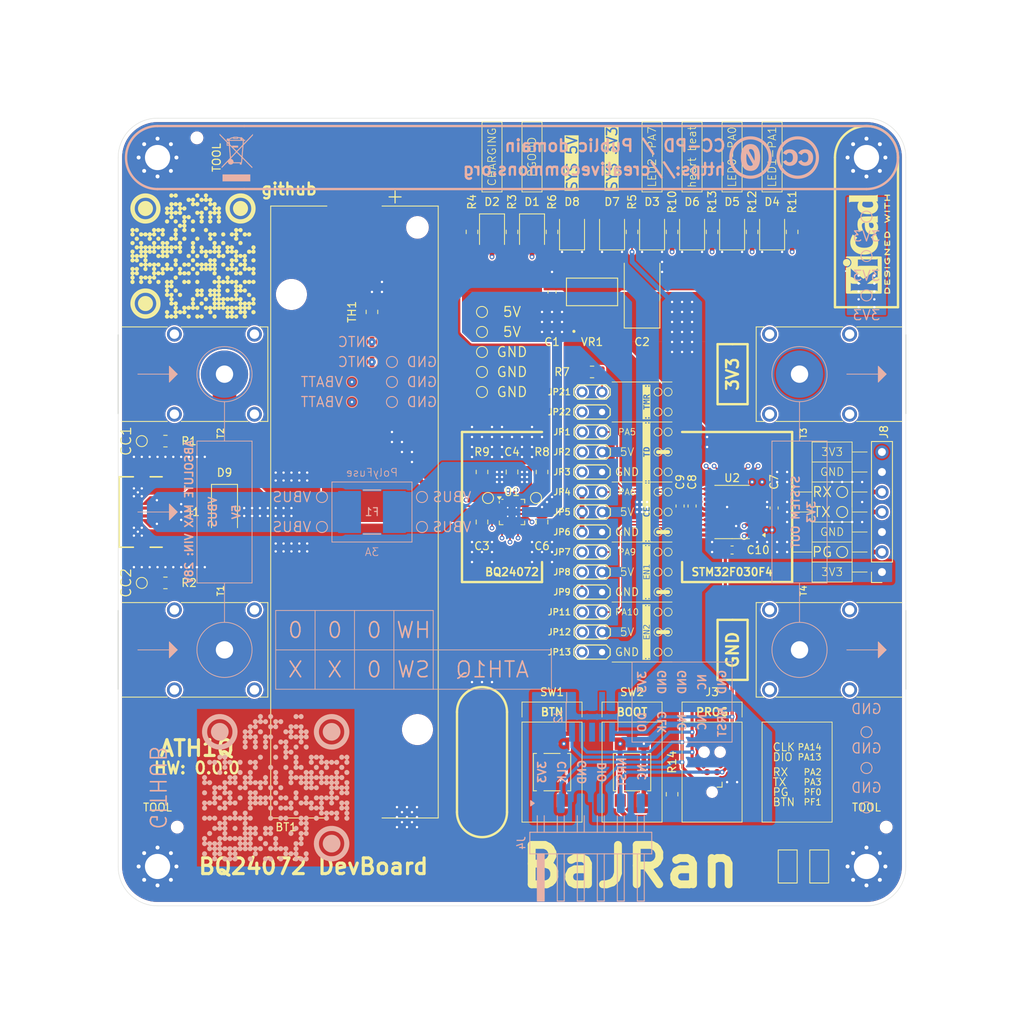
<source format=kicad_pcb>
(kicad_pcb (version 20241229) (generator "pcbnew") (generator_version "9.0")
  (layers (0 "F.Cu" mixed) (4 "In1.Cu" jumper) (6 "In2.Cu" power) (2 "B.Cu" power) (13 "F.Paste" user) (15 "B.Paste" user) (5 "F.SilkS" user "F.Silkscreen") (7 "B.SilkS" user "B.Silkscreen") (1 "F.Mask" user) (3 "B.Mask" user) (25 "Edge.Cuts" user))
  (net 0 "")
  (net 1 "/BAT_V")
  (net 2 "/PWR_SYS_5V")
  (net 3 "/PWR_SYS_3V3")
  (net 4 "Net-(D6-A)")
  (net 5 "/BQ_tmr")
  (net 6 "GND")
  (net 7 "/CFG_TD")
  (net 10 "/STM_TD")
  (net 11 "/CFG_CE")
  (net 14 "/STM_CE")
  (net 15 "/SW_NRST")
  (net 18 "/CFG_EN1")
  (net 19 "/STM_EN1")
  (net 20 "/CFG_EN2")
  (net 21 "/STM_EN2")
  (net 22 "/BQ_ilim")
  (net 23 "/BQ_iset")
  (net 25 "/LED_heartBeat")
  (net 26 "/BTN_boot")
  (net 27 "/BTN")
  (net 28 "/BAT_NTC")
  (net 29 "/SW_CLK")
  (net 30 "/SW_DIO")
  (net 32 "/PWR_VBUS")
  (net 33 "/USART_RX")
  (net 34 "/USART_TX")
  (net 37 "/USB_CC1")
  (net 38 "/USB_CC2")
  (net 39 "/LED_hG")
  (net 40 "/LED_PG")
  (net 41 "/LED_hG1")
  (net 42 "/LED_PG1")
  (net 43 "/LED_10")
  (net 44 "/LED_11")
  (net 45 "/LED_3V3")
  (net 46 "/LED_5V")
  (net 47 "/LED_0")
  (net 60 "Net-(JP21-B)")
  (net 61 "/LED_1")
  (net 62 "/LED_2")
  (net 63 "/PWR_VBUS_F")
  (net 64 "/LED_12")
  (net 68 "/STM_isense")
  (footprint "Capacitor_SMD:C_0805_2012Metric_Pad1.18x1.45mm_HandSolder" (layer "F.Cu") (at 97.94 91.27 -90)
    (property "Reference" "C3")
    (property "Value" "4u7/35V")
  )
  (footprint "TestPoint:TestPoint_2Pads_Pitch2.54mm_Drill0.8mm" (layer "F.Cu") (at 110.64 87.46)
    (property "Reference" "JP4")
    (property "Value" "Jumper_2_Open")
  )
  (footprint "Capacitor_SMD:C_0805_2012Metric_Pad1.18x1.45mm_HandSolder" (layer "F.Cu") (at 105.56 91.27 -90)
    (property "Reference" "C6")
    (property "Value" "4u7/35V")
  )
  (footprint "TestPoint:TestPoint_Pad_D1.0mm" (layer "F.Cu") (at 104.798 88.222 90)
    (property "Reference" "TP14" (hide yes))
    (property "Value" "ilim")
  )
  (footprint "TestPoint:TestPoint_Pad_D1.0mm" (layer "F.Cu") (at 98.702 88.222 90)
    (property "Reference" "TP15" (hide yes))
    (property "Value" "iset")
  )
  (footprint "Package_SO:TSSOP-20_4.4x6.5mm_P0.65mm" (layer "F.Cu") (at 129.69 90 180)
    (property "Reference" "U2")
    (property "Value" "STM32F030F4Px")
  )
  (footprint "Resistor_SMD:R_0805_2012Metric_Pad1.20x1.40mm_HandSolder" (layer "F.Cu") (at 137.31 54.44 90)
    (property "Reference" "R11")
    (property "Value" "1k")
  )
  (footprint "Resistor_SMD:R_0805_2012Metric_Pad1.20x1.40mm_HandSolder" (layer "F.Cu") (at 111.91 72.22)
    (property "Reference" "R7")
    (property "Value" "XX")
  )
  (footprint "TestPoint:TestPoint_2Pads_Pitch2.54mm_Drill0.8mm" (layer "F.Cu") (at 110.66 105.24)
    (property "Reference" "JP12")
    (property "Value" "Jumper_2_Open")
  )
  (footprint "Resistor_SMD:R_0805_2012Metric_Pad1.20x1.40mm_HandSolder" (layer "F.Cu") (at 83.97 64.6 90)
    (property "Reference" "TH1")
    (property "Value" "10k")
  )
  (footprint "Resistor_SMD:R_0805_2012Metric_Pad1.20x1.40mm_HandSolder" (layer "F.Cu") (at 122.07 125.83 90)
    (property "Reference" "R14")
    (property "Value" "10k")
  )
  (footprint "LED_SMD:LED_1210_3225Metric" (layer "F.Cu") (at 124.61 54.44 90)
    (property "Reference" "D6")
    (property "Value" "LED_Small_Filled")
  )
  (footprint "TestPoint:TestPoint_2Pads_Pitch2.54mm_Drill0.8mm" (layer "F.Cu") (at 110.66 82.38)
    (property "Reference" "JP2")
    (property "Value" "Jumper_2_Open")
  )
  (footprint "Resistor_SMD:R_0805_2012Metric_Pad1.20x1.40mm_HandSolder" (layer "F.Cu") (at 122.07 54.44 90)
    (property "Reference" "R10")
    (property "Value" "1k")
  )
  (footprint "TestPoint:TestPoint_2Pads_Pitch2.54mm_Drill0.8mm" (layer "F.Cu") (at 110.64 84.92)
    (property "Reference" "JP3")
    (property "Value" "Jumper_2_Open")
  )
  (footprint "Capacitor_SMD:C_0603_1608Metric_Pad1.08x0.95mm_HandSolder" (layer "F.Cu") (at 124.61 89.238 90)
    (property "Reference" "C8")
    (property "Value" "100n/50V")
  )
  (footprint "TestPoint:TestPoint_Pad_D1.0mm" (layer "F.Cu") (at 97.94 69.68 -90)
    (property "Reference" "TP13" (hide yes))
    (property "Value" "GND")
  )
  (footprint "TestPoint:TestPoint_Pad_D1.0mm" (layer "F.Cu") (at 97.94 72.22 -90)
    (property "Reference" "TP20" (hide yes))
    (property "Value" "GND")
  )
  (footprint "__Schutzinger_SWEB_8094:SWEB_8094_GE" (layer "F.Cu") (at 138.25 72.5 -90)
    (property "Reference" "T3")
    (property "Value" "SWEB_8094")
    (fp_line (start -5 -13.5) (end 5 -13.5) (stroke (width 0.12)) (layer "Edge.Cuts"))
  )
  (footprint "LED_SMD:LED_1210_3225Metric" (layer "F.Cu") (at 109.37 54.44 90)
    (property "Reference" "D8")
    (property "Value" "LED_Small_Filled")
  )
  (footprint "Fiducial:Fiducial_0.5mm_Mask1mm" (layer "F.Cu") (at 144.25 130)
    (property "Reference" "FID3" (hide yes))
    (property "Value" "Fiducial")
  )
  (footprint "Capacitor_SMD:C_0603_1608Metric_Pad1.08x0.95mm_HandSolder" (layer "F.Cu") (at 129.69 94.826)
    (property "Reference" "C10")
    (property "Value" "100n/50V")
  )
  (footprint "Symbol:Symbol_CC-ShareAlike_CopperTop_Small" (layer "F.Cu") (at 97.94 115.4)
    (property "Reference" "REF**" (hide yes))
    (property "Value" "Symbol_CC-ShareAlike_CopperTop_Small" (hide yes))
  )
  (footprint "Symbol:KiCad-Logo2_5mm_SilkScreen" (layer "F.Cu") (at 146.75 56 90)
    (property "Reference" "REF**" (hide yes))
    (property "Value" "KiCad-Logo2_5mm_SilkScreen" (hide yes))
  )
  (footprint "TestPoint:TestPoint_Pad_D1.0mm" (layer "F.Cu") (at 143.66 90 90)
    (property "Reference" "TP23" (hide yes))
    (property "Value" "TX")
  )
  (footprint "TestPoint:TestPoint_Pad_D1.0mm" (layer "F.Cu") (at 143.66 87.46 90)
    (property "Reference" "TP22" (hide yes))
    (property "Value" "RX")
  )
  (footprint "Symbol:Symbol_CreativeCommons_CopperTop_Type2_Small" (layer "F.Cu") (at 97.94 121.75)
    (property "Reference" "REF**" (hide yes))
    (property "Value" "Symbol_CreativeCommons_CopperTop_Type2_Small" (hide yes))
  )
  (footprint "Resistor_SMD:R_0805_2012Metric_Pad1.20x1.40mm_HandSolder" (layer "F.Cu") (at 132.23 54.44 90)
    (property "Reference" "R12")
    (property "Value" "1k")
  )
  (footprint "Symbol:Symbol_CC-Noncommercial_CopperTop_Small" (layer "F.Cu") (at 97.94 128.1)
    (property "Reference" "REF**" (hide yes))
    (property "Value" "Symbol_CC-Noncommercial_CopperTop_Small" (hide yes))
  )
  (footprint "Resistor_SMD:R_0805_2012Metric_Pad1.20x1.40mm_HandSolder" (layer "F.Cu") (at 127.15 54.44 90)
    (property "Reference" "R13")
    (property "Value" "1k")
  )
  (footprint "TestPoint:TestPoint_2Pads_Pitch2.54mm_Drill0.8mm" (layer "F.Cu") (at 110.66 90)
    (property "Reference" "JP5")
    (property "Value" "Jumper_2_Open")
  )
  (footprint "TestPoint:TestPoint_Pad_D1.0mm" (layer "F.Cu") (at 97.94 67.14 90)
    (property "Reference" "TP7" (hide yes))
    (property "Value" "5V")
  )
  (footprint "Battery:BatteryHolder_Keystone_1042_1x18650" (layer "F.Cu") (at 81.75 90 -90)
    (property "Reference" "BT1")
    (property "Value" "18650")
  )
  (footprint "Fiducial:Fiducial_0.5mm_Mask1mm" (layer "F.Cu") (at 61.75 46.82)
    (property "Reference" "FID2" (hide yes))
    (property "Value" "Fiducial")
  )
  (footprint "TestPoint:TestPoint_2Pads_Pitch2.54mm_Drill0.8mm" (layer "F.Cu") (at 110.64 95.08)
    (property "Reference" "JP7")
    (property "Value" "Jumper_2_Open")
  )
  (footprint "LED_SMD:LED_1210_3225Metric" (layer "F.Cu") (at 114.45 54.44 90)
    (property "Reference" "D7")
    (property "Value" "LED_Small_Filled")
  )
  (footprint "Resistor_SMD:R_0805_2012Metric_Pad1.20x1.40mm_HandSolder" (layer "F.Cu") (at 96.67 54.44 -90)
    (property "Reference" "R4")
    (property "Value" "1k")
  )
  (footprint "Capacitor_SMD:C_0805_2012Metric_Pad1.18x1.45mm_HandSolder" (layer "F.Cu") (at 101.75 84.92 90)
    (property "Reference" "C4")
    (property "Value" "4u7/35V")
  )
  (footprint "Button_Switch_SMD:SW_SPST_TL3305A" (layer "F.Cu") (at 116.99 123.02 -90)
    (property "Reference" "SW2")
    (property "Value" "BOOT0")
  )
  (footprint "TestPoint:TestPoint_Pad_D1.0mm" (layer "F.Cu") (at 143.66 95.08)
    (property "Reference" "TP21" (hide yes))
    (property "Value" "PG")
  )
  (footprint "TestPoint:TestPoint_Pad_D1.0mm" (layer "F.Cu") (at 54.75 81 90)
    (property "Reference" "TP1" (hide yes))
    (property "Value" "CC1")
  )
  (footprint "TestPoint:TestPoint_Keystone_5019_Miniature" (layer "F.Cu") (at 136.75 135 -90)
    (property "Reference" "TP31" (hide yes))
    (property "Value" "GND" (hide yes))
  )
  (footprint "Button_Switch_SMD:SW_SPST_TL3305A" (layer "F.Cu") (at 106.83 123.02 90)
    (property "Reference" "SW1")
    (property "Value" "BTN")
  )
  (footprint "TestPoint:TestPoint_2Pads_Pitch2.54mm_Drill0.8mm" (layer "F.Cu") (at 110.66 79.84)
    (property "Reference" "JP1")
    (property "Value" "Jumper_2_Open")
  )
  (footprint "NetTie:NetTie-2_SMD_Pad0.5mm" (layer "F.Cu") (at 96.924 88.476 180)
    (property "Reference" "NT2" (hide yes))
    (property "Value" "NetTie_2" (hide yes))
  )
  (footprint "TestPoint:TestPoint_2Pads_Pitch2.54mm_Drill0.8mm" (layer "F.Cu") (at 110.64 97.62)
    (property "Reference" "JP8")
    (property "Value" "Jumper_2_Open")
  )
  (footprint "Capacitor_Tantalum_SMD:CP_EIA-7343-31_Kemet-D_HandSolder" (layer "F.Cu") (at 118.26 62.06 90)
    (property "Reference" "C2")
    (property "Value" "47u/16V")
  )
  (footprint "TestPoint:TestPoint_2Pads_Pitch2.54mm_Drill0.8mm" (layer "F.Cu") (at 110.66 102.7)
    (property "Reference" "JP11")
    (property "Value" "Jumper_2_Open")
  )
  (footprint "Connector_PinSocket_2.54mm:PinSocket_1x07_P2.54mm_Vertical" (layer "F.Cu") (at 148.715 97.62 180)
    (property "Reference" "J8")
    (property "Value" "Conn_01x07_Pin")
  )
  (footprint "__URL:URL_17mm" (layer "F.Cu") (at 61.25 57.5)
    (property "Reference" "G***" (hide yes))
    (property "Value" "LOGO" (hide yes))
  )
  (footprint "Resistor_SMD:R_0805_2012Metric_Pad1.20x1.40mm_HandSolder" (layer "F.Cu") (at 105.56 84.92 90)
    (property "Reference" "R8")
    (property "Value" "1k15")
  )
  (footprint "MountingHole:MountingHole_3.2mm_M3_Pad_Via" (layer "F.Cu") (at 56.75 45)
    (property "Reference" "H1" (hide yes))
    (property "Value" "MountingHole_Pad" (hide yes))
  )
  (footprint "TestPoint:TestPoint_2Pads_Pitch2.54mm_Drill0.8mm" (layer "F.Cu") (at 110.64 100.16)
    (property "Reference" "JP9")
    (property "Value" "Jumper_2_Open")
  )
  (footprint "Capacitor_SMD:C_0603_1608Metric_Pad1.08x0.95mm_HandSolder" (layer "F.Cu") (at 106.83 62.06 90)
    (property "Reference" "C1")
    (property "Value" "1u/50V")
  )
  (footprint "Fiducial:Fiducial_0.5mm_Mask1mm" (layer "F.Cu") (at 54.25 130)
    (property "Reference" "FID1" (hide yes))
    (property "Value" "Fiducial")
  )
  (footprint "Resistor_SMD:R_0805_2012Metric_Pad1.20x1.40mm_HandSolder" (layer "F.Cu") (at 116.99 54.44 90)
    (property "Reference" "R5")
    (property "Value" "200")
  )
  (footprint "LED_SMD:LED_1210_3225Metric" (layer "F.Cu") (at 134.77 54.44 90)
    (property "Reference" "D4")
    (property "Value" "LED_Small_Filled")
  )
  (footprint "MountingHole:MountingHole_3.2mm_M3_Pad_Via" (layer "F.Cu") (at 56.75 135)
    (property "Reference" "H2" (hide yes))
    (property "Value" "MountingHole_Pad" (hide yes))
  )
  (footprint "TestPoint:TestPoint_Pad_D1.0mm" (layer "F.Cu") (at 97.94 64.6 90)
    (property "Reference" "TP6" (hide yes))
    (property "Value" "5V")
  )
  (footprint "MountingHole:MountingHole_3.2mm_M3_Pad_Via" (layer "F.Cu") (at 146.75 135)
    (property "Reference" "H4" (hide yes))
    (property "Value" "MountingHole_Pad" (hide yes))
  )
  (footprint "__Schutzinger_SWEB_8094:SWEB_8094_GE" (layer "F.Cu") (at 65.25 72.5 90)
    (property "Reference" "T2")
    (property "Value" "SWEB_8094")
    (fp_line (start -5 -13.5) (end 5 -13.5) (stroke (width 0.12)) (layer "Edge.Cuts"))
  )
  (footprint "__Schutzinger_SWEB_8094:SWEB_8094_GE" (layer "F.Cu") (at 138.25 107.5 -90)
    (property "Reference" "T4")
    (property "Value" "SWEB_8094")
    (fp_line (start -5 -13.5) (end 5 -13.5) (stroke (width 0.12)) (layer "Edge.Cuts"))
  )
  (footprint "LED_SMD:LED_1210_3225Metric" (layer "F.Cu") (at 99.21 54.44 -90)
    (property "Reference" "D2")
    (property "Value" "LED_Small_Filled")
  )
  (footprint "Resistor_SMD:R_0805_2012Metric_Pad1.20x1.40mm_HandSolder" (layer "F.Cu") (at 106.83 54.44 90)
    (property "Reference" "R6")
    (property "Value" "370")
  )
  (footprint "MountingHole:ToolingHole_1.152mm" (layer "F.Cu") (at 149.25 130)
    (property "Reference" "H5" (hide yes))
    (property "Value" "MountingHole_Pad")
  )
  (footprint "TestPoint:TestPoint_Pad_D1.0mm" (layer "F.Cu") (at 54.75 99 90)
    (property "Reference" "TP2" (hide yes))
    (property "Value" "CC2")
  )
  (footprint "__Schutzinger_SWEB_8094:SWEB_8094_GE" (layer "F.Cu") (at 65.25 107.5 90)
    (property "Reference" "T1")
    (property "Value" "SWEB_8094")
    (fp_line (start -5 -13.5) (end 5 -13.5) (stroke (width 0.12)) (layer "Edge.Cuts"))
  )
  (footprint "TestPoint:TestPoint_2Pads_Pitch2.54mm_Drill0.8mm" (layer "F.Cu") (at 110.64 74.76)
    (property "Reference" "JP21")
    (property "Value" "Jumper_2_Open")
  )
  (footprint "Resistor_SMD:R_0805_2012Metric_Pad1.20x1.40mm_HandSolder" (layer "F.Cu") (at 101.75 54.44 -90)
    (property "Reference" "R3")
    (property "Value" "1k")
  )
  (footprint "TestPoint:TestPoint_Keystone_5019_Miniature" (layer "F.Cu") (at 140.75 135 -90)
    (property "Reference" "TP32" (hide yes))
    (property "Value" "TestPoint" (hide yes))
  )
  (footprint "Package_DFN_QFN:VQFN-16-1EP_3x3mm_P0.5mm_EP1.6x1.6mm_ThermalVias" (layer "F.Cu") (at 101.75 90)
    (property "Reference" "U1")
    (property "Value" "BQ24072RGT")
  )
  (footprint "Capacitor_SMD:C_0603_1608Metric_Pad1.08x0.95mm_HandSolder" (layer "F.Cu") (at 123.086 89.238 90)
    (property "Reference" "C9")
    (property "Value" "1u/50V")
  )
  (footprint "Diode_SMD:D_SMA" (layer "F.Cu") (at 65.25 90 -90)
    (property "Reference" "D9")
    (property "Value" "SMAJ24A")
  )
  (footprint "TestPoint:TestPoint_2Pads_Pitch2.54mm_Drill0.8mm" (layer "F.Cu") (at 110.64 92.54)
    (property "Reference" "JP6")
    (property "Value" "Jumper_2_Open")
  )
  (footprint "Capacitor_SMD:C_0603_1608Metric_Pad1.08x0.95mm_HandSolder" (layer "F.Cu") (at 135.024 89.492 90)
    (property "Reference" "C7")
    (property "Value" "100n/50V")
  )
  (footprint "__USB4135-GF-A:GCT_USB4135-GF-A_REVA" (layer "F.Cu") (at 54.75 90 -90)
    (property "Reference" "J1")
    (property "Value" "USB4135-GF-A_REVA")
  )
  (footprint "LED_SMD:LED_1210_3225Metric" (layer "F.Cu") (at 104.29 54.44 -90)
    (property "Reference" "D1")
    (property "Value" "LED_Small_Filled")
  )
  (footprint "Connector:Tag-Connect_TC2030-IDC-NL_2x03_P1.27mm_Vertical" (layer "F.Cu") (at 127.15 123.02 90)
    (property "Reference" "J3")
    (property "Value" "SWD1")
  )
  (footprint "Resistor_SMD:R_0805_2012Metric_Pad1.20x1.40mm_HandSolder" (layer "F.Cu") (at 57.75 99)
    (property "Reference" "R2")
    (property "Value" "5k1")
  )
  (footprint "MountingHole:ToolingHole_1.152mm" (layer "F.Cu") (at 59.25 130)
    (property "Reference" "H6" (hide yes))
    (property "Value" "MountingHole_Pad")
  )
  (footprint "__TS2940CW33:TS2940CW33_RPG" (layer "F.Cu") (at 111.91 62.06 90)
    (property "Reference" "VR1")
    (property "Value" "TS2940CW33_RPG")
  )
  (footprint "MountingHole:MountingHole_3.2mm_M3_Pad_Via" (layer "F.Cu") (at 146.75 45)
    (property "Reference" "H3" (hide yes))
    (property "Value" "MountingHole_Pad" (hide yes))
  )
  (footprint "TestPoint:TestPoint_2Pads_Pitch2.54mm_Drill0.8mm" (layer "F.Cu") (at 110.64 77.3)
    (property "Reference" "JP22")
    (property "Value" "Jumper_2_Open")
  )
  (footprint "LED_SMD:LED_1210_3225Metric" (layer "F.Cu") (at 119.53 54.44 90)
    (property "Reference" "D3")
    (property "Value" "LED_Small_Filled")
  )
  (footprint "TestPoint:TestPoint_Pad_D1.0mm" (layer "F.Cu") (at 97.94 74.76)
    (property "Reference" "TP3" (hide yes))
    (property "Value" "GND")
  )
  (footprint "TestPoint:TestPoint_2Pads_Pitch2.54mm_Drill0.8mm" (layer "F.Cu") (at 110.64 107.78)
    (property "Reference" "JP13")
    (property "Value" "Jumper_2_Open")
  )
  (footprint "Resistor_SMD:R_0805_2012Metric_Pad1.20x1.40mm_HandSolder" (layer "F.Cu") (at 57.75 81)
    (property "Reference" "R1")
    (property "Value" "5k1")
  )
  (footprint "MountingHole:ToolingHole_1.152mm" (layer "F.Cu") (at 61.75 42.5)
    (property "Reference" "H7" (hide yes))
    (property "Value" "MountingHole_Pad")
  )
  (footprint "LED_SMD:LED_1210_3225Metric" (layer "F.Cu") (at 129.69 54.44 90)
    (property "Reference" "D5")
    (property "Value" "LED_Small_Filled")
  )
  (footprint "Resistor_SMD:R_0805_2012Metric_Pad1.20x1.40mm_HandSolder" (layer "F.Cu") (at 97.94 84.92 90)
    (property "Reference" "R9")
    (property "Value" "0k65")
  )
  (footprint "TestPoint:TestPoint_Pad_D1.0mm" (layer "B.Cu") (at 86.51 70.95 180)
    (property "Reference" "TP11" (hide yes))
    (property "Value" "GND")
  )
  (footprint "TestPoint:TestPoint_Pad_D1.0mm" (layer "B.Cu") (at 86.51 76.03 180)
    (property "Reference" "TP27" (hide yes))
    (property "Value" "GND")
  )
  (footprint "TestPoint:TestPoint_Pad_D1.0mm" (layer "B.Cu") (at 146.75 52.5 -90)
    (property "Reference" "TP10" (hide yes))
    (property "Value" "3V3")
  )
  (footprint "Connector_PinHeader_1.27mm:PinHeader_2x05_P1.27mm_Vertical_SMD" (layer "B.Cu") (at 111.91 116 -90)
    (property "Reference" "J2")
    (property "Value" "Conn_ARM_JTAG_SWD_10")
  )
  (footprint "TestPoint:TestPoint_Pad_D1.0mm" (layer "B.Cu") (at 77.62 88.095 180)
    (property "Reference" "TP5" (hide yes))
    (property "Value" "VBUS")
  )
  (footprint "__Littelfuse_2920L330:FUSE_2920L330_24MR_LTF" (layer "B.Cu") (at 83.97 90)
    (property "Reference" "F1")
    (property "Value" "2920L330/24MR")
  )
  (footprint "TestPoint:TestPoint_Pad_D1.0mm" (layer "B.Cu") (at 146.75 57.5 -90)
    (property "Reference" "TP9" (hide yes))
    (property "Value" "3V3")
  )
  (footprint "__URL:URL_20mm" (layer "B.Cu") (at 71.75 125 180)
    (property "Reference" "G***" (hide yes))
    (property "Value" "LOGO" (hide yes))
  )
  (footprint "TestPoint:TestPoint_Pad_D1.0mm" (layer "B.Cu") (at 83.97 70.95 -90)
    (property "Reference" "TP18" (hide yes))
    (property "Value" "NTC")
  )
  (footprint "TestPoint:TestPoint_Pad_D1.0mm" (layer "B.Cu") (at 146.75 127.5 -90)
    (property "Reference" "TP12" (hide yes))
    (property "Value" "GND")
  )
  (footprint "TestPoint:TestPoint_Pad_D1.0mm" (layer "B.Cu") (at 146.75 62.5 -90)
    (property "Reference" "TP8" (hide yes))
    (property "Value" "3V3")
  )
  (footprint "TestPoint:TestPoint_Pad_D1.0mm" (layer "B.Cu") (at 83.97 68.41 90)
    (property "Reference" "TP19" (hide yes))
    (property "Value" "NTC")
  )
  (footprint "Symbol:Symbol_CreativeCommonsPublicDomain_SilkScreenTop_Small" (layer "B.Cu") (at 119.025 45 180)
    (property "Reference" "REF**" (hide yes))
    (property "Value" "Symbol_CreativeCommonsPublicDomain_SilkScreenTop_Small" (hide yes))
  )
  (footprint "TestPoint:TestPoint_Pad_D1.0mm" (layer "B.Cu") (at 77.62 91.905)
    (property "Reference" "TP4" (hide yes))
    (property "Value" "VBUS")
  )
  (footprint "Connector_Harwin:Harwin_M20-89006xx_1x06_P2.54mm_Horizontal" (layer "B.Cu") (at 111.75 132.5 -90)
    (property "Reference" "J4")
    (property "Value" "Conn_01x06_Pin")
  )
  (footprint "Symbol:WEEE-Logo_4.2x6mm_SilkScreen" (layer "B.Cu") (at 66.75 45 180)
    (property "Reference" "REF**" (hide yes))
    (property "Value" "WEEE-Logo_4.2x6mm_SilkScreen" (hide yes))
  )
  (footprint "TestPoint:TestPoint_Pad_D1.0mm" (layer "B.Cu") (at 146.75 122.5 90)
    (property "Reference" "TP25" (hide yes))
    (property "Value" "GND")
  )
  (footprint "TestPoint:TestPoint_Pad_D1.0mm" (layer "B.Cu") (at 81.43 76.03 -90)
    (property "Reference" "TP16" (hide yes))
    (property "Value" "VBATT")
  )
  (footprint "TestPoint:TestPoint_Pad_D1.0mm" (layer "B.Cu") (at 81.43 73.49 -90)
    (property "Reference" "TP17" (hide yes))
    (property "Value" "VBATT")
  )
  (footprint "TestPoint:TestPoint_Pad_D1.0mm" (layer "B.Cu") (at 90.32 88.095 180)
    (property "Reference" "TP28" (hide yes))
    (property "Value" "VBUS")
  )
  (footprint "TestPoint:TestPoint_Pad_D1.0mm" (layer "B.Cu") (at 146.75 117.94 90)
    (property "Reference" "TP26" (hide yes))
    (property "Value" "GND")
  )
  (footprint "TestPoint:TestPoint_Pad_D1.0mm" (layer "B.Cu") (at 90.32 91.905 180)
    (property "Reference" "TP29" (hide yes))
    (property "Value" "VBUS")
  )
  (footprint "TestPoint:TestPoint_Pad_D1.0mm" (layer "B.Cu") (at 86.51 73.49 180)
    (property "Reference" "TP24" (hide yes))
    (property "Value" "GND")
  )
  (gr_line (start 133.5 49.36) (end 133.5 40.47) (stroke (width 0.1)) (layer "F.SilkS"))
  (gr_line (start 144.93 93.81) (end 139.85 93.81) (stroke (width 0.1)) (layer "F.SilkS"))
  (gr_line (start 118.26 93.81) (end 119.53 93.81) (stroke (width 0.1)) (layer "F.SilkS"))
  (gr_line (start 131.655 68.69) (end 129.75 68.69) (stroke (width 0.3)) (layer "F.SilkS"))
  (gr_line (start 103.02 40.47) (end 103.02 49.36) (stroke (width 0.1)) (layer "F.SilkS"))
  (gr_line (start 120.8 129.37) (end 120.8 116.67) (stroke (width 0.1)) (layer "F.SilkS"))
  (gr_line (start 100.48 40.47) (end 97.94 40.47) (stroke (width 0.1)) (layer "F.SilkS"))
  (gr_line (start 103.02 114.13) (end 110.64 114.13) (stroke (width 0.1)) (layer "F.SilkS"))
  (gr_line (start 110.64 116.67) (end 110.64 129.37) (stroke (width 0.1)) (layer "F.SilkS"))
  (gr_line (start 131.655 76.31) (end 131.655 68.69) (stroke (width 0.3)) (layer "F.SilkS"))
  (gr_circle (center 121.562 95.08) (end 121.562 94.572) (stroke (width 0.1)) (fill no) (layer "F.SilkS"))
  (gr_line (start 144.93 91.27) (end 144.93 87.46) (stroke (width 0.1)) (layer "F.SilkS"))
  (gr_line (start 95.4 79.84) (end 105.56 79.84) (stroke (width 0.3)) (layer "F.SilkS"))
  (gr_line (start 125.88 40.47) (end 123.34 40.47) (stroke (width 0.1)) (layer "F.SilkS"))
  (gr_line (start 128.42 49.36) (end 130.96 49.36) (stroke (width 0.1)) (layer "F.SilkS"))
  (gr_line (start 105.56 96.35) (end 105.56 98.89) (stroke (width 0.3)) (layer "F.SilkS"))
  (gr_line (start 120.8 49.36) (end 120.8 40.47) (stroke (width 0.1)) (layer "F.SilkS"))
  (gr_line (start 127.845 68.69) (end 127.845 76.31) (stroke (width 0.3)) (layer "F.SilkS"))
  (gr_line (start 120.292 105.24) (end 121.562 105.24) (stroke (width 0.5)) (layer "F.SilkS"))
  (gr_line (start 103.02 116.67) (end 110.64 116.67) (stroke (width 0.1)) (layer "F.SilkS"))
  (gr_line (start 123.34 98.89) (end 137.31 98.89) (stroke (width 0.3)) (layer "F.SilkS"))
  (gr_line (start 144.93 97.62) (end 146.835 97.62) (stroke (width 0.1)) (layer "F.SilkS"))
  (gr_line (start 127.845 111.31) (end 131.655 111.31) (stroke (width 0.3)) (layer "F.SilkS"))
  (gr_line (start 123.34 129.37) (end 130.96 129.37) (stroke (width 0.1)) (layer "F.SilkS"))
  (gr_line (start 144.93 81.11) (end 144.93 86.19) (stroke (width 0.1)) (layer "F.SilkS"))
  (gr_circle (center 121.562 92.54) (end 121.562 92.032) (stroke (width 0.1)) (fill no) (layer "F.SilkS"))
  (gr_line (start 114.45 86.19) (end 122.07 86.19) (stroke (width 0.1)) (layer "F.SilkS"))
  (gr_line (start 123.34 114.13) (end 130.96 114.13) (stroke (width 0.1)) (layer "F.SilkS"))
  (gr_line (start 139.85 96.35) (end 144.93 96.35) (stroke (width 0.1)) (layer "F.SilkS"))
  (gr_line (start 144.93 86.19) (end 144.93 87.46) (stroke (width 0.1)) (layer "F.SilkS"))
  (gr_line (start 139.85 81.11) (end 139.85 86.19) (stroke (width 0.1)) (layer "F.SilkS"))
  (gr_circle (center 121.562 82.38) (end 121.562 81.872) (stroke (width 0.1)) (fill no) (layer "F.SilkS"))
  (gr_line (start 144.93 83.65) (end 139.85 83.65) (stroke (width 0.1)) (layer "F.SilkS"))
  (gr_line (start 130.96 40.47) (end 128.42 40.47) (stroke (width 0.1)) (layer "F.SilkS"))
  (gr_line (start 146.835 95.08) (end 144.93 95.08) (stroke (width 0.1)) (layer "F.SilkS"))
  (gr_line (start 142.39 129.37) (end 142.39 116.67) (stroke (width 0.1)) (layer "F.SilkS"))
  (gr_line (start 144.93 91.27) (end 144.93 96.35) (stroke (width 0.1)) (layer "F.SilkS"))
  (gr_line (start 137.31 96.35) (end 137.31 98.89) (stroke (width 0.3)) (layer "F.SilkS"))
  (gr_line (start 137.31 90) (end 139.85 90) (stroke (width 0.1)) (layer "F.SilkS"))
  (gr_line (start 139.85 98.89) (end 139.85 97.62) (stroke (width 0.1)) (layer "F.SilkS"))
  (gr_line (start 100.48 49.36) (end 100.48 40.47) (stroke (width 0.1)) (layer "F.SilkS"))
  (gr_line (start 123.34 49.36) (end 125.88 49.36) (stroke (width 0.1)) (layer "F.SilkS"))
  (gr_circle (center 121.562 90) (end 121.562 89.492) (stroke (width 0.1)) (fill no) (layer "F.SilkS"))
  (gr_line (start 127.845 103.69) (end 127.845 111.31) (stroke (width 0.3)) (layer "F.SilkS"))
  (gr_line (start 144.93 87.46) (end 146.835 87.46) (stroke (width 0.1)) (layer "F.SilkS"))
  (gr_line (start 123.34 40.47) (end 123.34 49.36) (stroke (width 0.1)) (layer "F.SilkS"))
  (gr_circle (center 120.292 100.16) (end 120.292 99.652) (stroke (width 0.1)) (fill no) (layer "F.SilkS"))
  (gr_line (start 113.18 114.13) (end 120.8 114.13) (stroke (width 0.1)) (layer "F.SilkS"))
  (gr_circle (center 121.562 79.84) (end 121.562 79.332) (stroke (width 0.1)) (fill no) (layer "F.SilkS"))
  (gr_circle (center 121.562 97.62) (end 121.562 97.112) (stroke (width 0.1)) (fill no) (layer "F.SilkS"))
  (gr_line (start 114.45 78.57) (end 122.07 78.57) (stroke (width 0.1)) (layer "F.SilkS"))
  (gr_line (start 144.93 84.92) (end 146.835 84.92) (stroke (width 0.1)) (layer "F.SilkS"))
  (gr_line (start 123.34 116.035) (end 123.34 114.13) (stroke (width 0.1)) (layer "F.SilkS"))
  (gr_line (start 101.115 128.1) (end 101.115 115.4) (stroke (width 0.3)) (layer "F.SilkS"))
  (gr_line (start 139.85 86.19) (end 144.93 86.19) (stroke (width 0.1)) (layer "F.SilkS"))
  (gr_line (start 120.8 116.67) (end 113.18 116.67) (stroke (width 0.1)) (layer "F.SilkS"))
  (gr_circle (center 120.292 92.54) (end 120.292 92.032) (stroke (width 0.1)) (fill no) (layer "F.SilkS"))
  (gr_circle (center 121.562 84.92) (end 121.562 84.412) (stroke (width 0.1)) (fill no) (layer "F.SilkS"))
  (gr_line (start 130.96 129.37) (end 130.96 116.67) (stroke (width 0.1)) (layer "F.SilkS"))
  (gr_line (start 103.02 129.37) (end 103.02 116.67) (stroke (width 0.1)) (layer "F.SilkS"))
  (gr_line (start 139.85 81.11) (end 144.93 81.11) (stroke (width 0.1)) (layer "F.SilkS"))
  (gr_circle (center 120.292 105.24) (end 120.292 104.732) (stroke (width 0.1)) (fill no) (layer "F.SilkS"))
  (gr_circle (center 121.562 87.46) (end 121.562 86.952) (stroke (width 0.1)) (fill no) (layer "F.SilkS"))
  (gr_line (start 118.26 40.47) (end 118.26 49.36) (stroke (width 0.1)) (layer "F.SilkS"))
  (gr_line (start 131.655 103.69) (end 129.75 103.69) (stroke (width 0.3)) (layer "F.SilkS"))
  (gr_line (start 137.31 96.35) (end 137.31 79.84) (stroke (width 0.3)) (layer "F.SilkS"))
  (gr_line (start 94.765 115.4) (end 94.765 128.1) (stroke (width 0.3)) (layer "F.SilkS"))
  (gr_line (start 105.56 49.36) (end 105.56 40.47) (stroke (width 0.1)) (layer "F.SilkS"))
  (gr_circle (center 120.292 97.62) (end 120.292 97.112) (stroke (width 0.1)) (fill no) (layer "F.SilkS"))
  (gr_line (start 136.04 40.47) (end 136.04 49.36) (stroke (width 0.1)) (layer "F.SilkS"))
  (gr_line (start 131.655 111.31) (end 131.655 103.69) (stroke (width 0.3)) (layer "F.SilkS"))
  (gr_line (start 118.26 49.36) (end 120.8 49.36) (stroke (width 0.1)) (layer "F.SilkS"))
  (gr_line (start 130.96 114.13) (end 130.96 116.035) (stroke (width 0.1)) (layer "F.SilkS"))
  (gr_line (start 133.5 116.67) (end 133.5 129.37) (stroke (width 0.1)) (layer "F.SilkS"))
  (gr_line (start 139.85 87.46) (end 139.85 86.19) (stroke (width 0.1)) (layer "F.SilkS"))
  (gr_line (start 139.85 87.46) (end 139.85 91.27) (stroke (width 0.1)) (layer "F.SilkS"))
  (gr_line (start 144.93 96.35) (end 144.93 98.89) (stroke (width 0.1)) (layer "F.SilkS"))
  (gr_circle (center 120.292 87.46) (end 120.292 86.952) (stroke (width 0.1)) (fill no) (layer "F.SilkS"))
  (gr_line (start 120.292 92.54) (end 121.562 92.54) (stroke (width 0.5)) (layer "F.SilkS"))
  (gr_line (start 113.18 129.37) (end 120.8 129.37) (stroke (width 0.1)) (layer "F.SilkS"))
  (gr_line (start 97.94 40.47) (end 97.94 49.36) (stroke (width 0.1)) (layer "F.SilkS"))
  (gr_line (start 97.94 49.36) (end 100.48 49.36) (stroke (width 0.1)) (layer "F.SilkS"))
  (gr_line (start 130.96 49.36) (end 130.96 40.47) (stroke (width 0.1)) (layer "F.SilkS"))
  (gr_line (start 120.8 40.47) (end 118.26 40.47) (stroke (width 0.1)) (layer "F.SilkS"))
  (gr_circle (center 120.292 77.3) (end 120.292 76.792) (stroke (width 0.1)) (fill no) (layer "F.SilkS"))
  (gr_line (start 110.64 129.37) (end 103.02 129.37) (stroke (width 0.1)) (layer "F.SilkS"))
  (gr_line (start 142.75 64) (end 150.75 64) (stroke (width 0.3)) (layer "F.SilkS"))
  (gr_circle (center 120.292 79.84) (end 120.292 79.332) (stroke (width 0.1)) (fill no) (layer "F.SilkS"))
  (gr_circle (center 120.292 107.78) (end 120.292 107.272) (stroke (width 0.1)) (fill no) (layer "F.SilkS"))
  (gr_line (start 137.31 87.46) (end 139.85 87.46) (stroke (width 0.1)) (layer "F.SilkS"))
  (gr_line (start 144.93 98.89) (end 139.85 98.89) (stroke (width 0.1)) (layer "F.SilkS"))
  (gr_line (start 130.96 116.67) (end 123.34 116.67) (stroke (width 0.1)) (layer "F.SilkS"))
  (gr_line (start 125.88 49.36) (end 125.88 40.47) (stroke (width 0.1)) (layer "F.SilkS"))
  (gr_line (start 137.31 79.84) (end 123.34 79.84) (stroke (width 0.3)) (layer "F.SilkS"))
  (gr_line (start 113.18 116.67) (end 113.18 129.37) (stroke (width 0.1)) (layer "F.SilkS"))
  (gr_line (start 95.4 98.89) (end 95.4 79.84) (stroke (width 0.3)) (layer "F.SilkS"))
  (gr_circle (center 121.562 74.76) (end 121.562 74.252) (stroke (width 0.1)) (fill no) (layer "F.SilkS"))
  (gr_line (start 114.45 73.49) (end 122.07 73.49) (stroke (width 0.1)) (layer "F.SilkS"))
  (gr_arc (start 94.765 115.4) (mid 97.94 112.225) (end 101.115 115.4) (stroke (width 0.3)) (layer "F.SilkS"))
  (gr_line (start 123.34 98.89) (end 123.34 96.35) (stroke (width 0.3)) (layer "F.SilkS"))
  (gr_line (start 129.75 103.69) (end 127.845 103.69) (stroke (width 0.3)) (layer "F.SilkS"))
  (gr_line (start 142.75 45) (end 142.75 64) (stroke (width 0.3)) (layer "F.SilkS"))
  (gr_line (start 95.4 98.89) (end 105.56 98.89) (stroke (width 0.3)) (layer "F.SilkS"))
  (gr_line (start 114.45 101.43) (end 122.07 101.43) (stroke (width 0.1)) (layer "F.SilkS"))
  (gr_circle (center 120.292 95.08) (end 120.292 94.572) (stroke (width 0.1)) (fill no) (layer "F.SilkS"))
  (gr_circle (center 120.292 90) (end 120.292 89.492) (stroke (width 0.1)) (fill no) (layer "F.SilkS"))
  (gr_line (start 137.31 95.08) (end 139.85 95.08) (stroke (width 0.1)) (layer "F.SilkS"))
  (gr_line (start 146.835 92.54) (end 144.93 92.54) (stroke (width 0.1)) (layer "F.SilkS"))
  (gr_line (start 144.93 82.38) (end 146.835 82.38) (stroke (width 0.1)) (layer "F.SilkS"))
  (gr_line (start 133.5 40.47) (end 136.04 40.47) (stroke (width 0.1)) (layer "F.SilkS"))
  (gr_line (start 122.07 109.05) (end 114.45 109.05) (stroke (width 0.1)) (layer "F.SilkS"))
  (gr_circle (center 120.292 84.92) (end 120.292 84.412) (stroke (width 0.1)) (fill no) (layer "F.SilkS"))
  (gr_line (start 133.5 49.36) (end 136.04 49.36) (stroke (width 0.1)) (layer "F.SilkS"))
  (gr_line (start 127.845 76.31) (end 131.655 76.31) (stroke (width 0.3)) (layer "F.SilkS"))
  (gr_line (start 133.5 129.37) (end 142.39 129.37) (stroke (width 0.1)) (layer "F.SilkS"))
  (gr_line (start 146.835 90) (end 144.93 90) (stroke (width 0.1)) (layer "F.SilkS"))
  (gr_line (start 128.42 40.47) (end 128.42 49.36) (stroke (width 0.1)) (layer "F.SilkS"))
  (gr_circle (center 121.562 102.7) (end 121.562 102.192) (stroke (width 0.1)) (fill no) (layer "F.SilkS"))
  (gr_line (start 110.64 114.13) (end 110.64 116.035) (stroke (width 0.1)) (layer "F.SilkS"))
  (gr_line (start 123.34 116.67) (end 123.34 129.37) (stroke (width 0.1)) (layer "F.SilkS"))
  (gr_circle (center 121.562 105.24) (end 121.562 104.732) (stroke (width 0.1)) (fill no) (layer "F.SilkS"))
  (gr_circle (center 120.292 82.38) (end 120.292 81.872) (stroke (width 0.1)) (fill no) (layer "F.SilkS"))
  (gr_line (start 129.75 68.69) (end 127.845 68.69) (stroke (width 0.3)) (layer "F.SilkS"))
  (gr_circle (center 121.562 100.16) (end 121.562 99.652) (stroke (width 0.1)) (fill no) (layer "F.SilkS"))
  (gr_line (start 150.75 64) (end 150.75 45) (stroke (width 0.3)) (layer "F.SilkS"))
  (gr_line (start 103.02 49.36) (end 105.56 49.36) (stroke (width 0.1)) (layer "F.SilkS"))
  (gr_line (start 139.85 91.27) (end 139.85 96.35) (stroke (width 0.1)) (layer "F.SilkS"))
  (gr_line (start 120.292 82.38) (end 121.562 82.38) (stroke (width 0.5)) (layer "F.SilkS"))
  (gr_circle (center 121.562 77.3) (end 121.562 76.792) (stroke (width 0.1)) (fill no) (layer "F.SilkS"))
  (gr_circle (center 120.292 74.76) (end 120.292 74.252) (stroke (width 0.1)) (fill no) (layer "F.SilkS"))
  (gr_arc (start 142.75 45) (mid 146.75 41) (end 150.75 45) (stroke (width 0.3)) (layer "F.SilkS"))
  (gr_arc (start 101.115 128.1) (mid 97.94 131.275) (end 94.765 128.1) (stroke (width 0.3)) (layer "F.SilkS"))
  (gr_circle (center 120.292 102.7) (end 120.292 102.192) (stroke (width 0.1)) (fill no) (layer "F.SilkS"))
  (gr_line (start 139.85 91.27) (end 144.93 91.27) (stroke (width 0.1)) (layer "F.SilkS"))
  (gr_line (start 103.02 116.035) (end 103.02 114.13) (stroke (width 0.1)) (layer "F.SilkS"))
  (gr_line (start 113.18 116.035) (end 113.18 114.13) (stroke (width 0.1)) (layer "F.SilkS"))
  (gr_line (start 105.56 40.47) (end 103.02 40.47) (stroke (width 0.1)) (layer "F.SilkS"))
  (gr_line (start 142.39 116.67) (end 133.5 116.67) (stroke (width 0.1)) (layer "F.SilkS"))
  (gr_line (start 120.8 114.13) (end 120.8 116.035) (stroke (width 0.1)) (layer "F.SilkS"))
  (gr_line (start 114.45 93.81) (end 122.07 93.81) (stroke (width 0.1)) (layer "F.SilkS"))
  (gr_line (start 144.93 87.46) (end 144.93 89.365) (stroke (width 0.1)) (layer "F.SilkS"))
  (gr_line (start 120.292 100.16) (end 121.562 100.16) (stroke (width 0.5)) (layer "F.SilkS"))
  (gr_circle (center 121.562 107.78) (end 121.562 107.272) (stroke (width 0.1)) (fill no) (layer "F.SilkS"))
  (gr_line (start 139.85 97.62) (end 139.85 96.35) (stroke (width 0.1)) (layer "F.SilkS"))
  (gr_line (start 61.75 81) (end 61.75 99) (stroke (width 0.1)) (layer "B.SilkS"))
  (gr_line (start 141.75 99) (end 141.75 81) (stroke (width 0.1)) (layer "B.SilkS"))
  (gr_line (start 67.75 49) (end 56.75 49) (stroke (width 0.3)) (layer "B.SilkS"))
  (gr_line (start 144.25 72.5) (end 149.25 72.5) (stroke (width 0.1)) (layer "B.SilkS"))
  (gr_line (start 138.25 99) (end 138.25 104) (stroke (width 0.1)) (layer "B.SilkS"))
  (gr_line (start 58.25 106.5) (end 58.25 108.5) (stroke (width 0.1)) (layer "B.SilkS"))
  (gr_poly (pts (xy 58.25 89) (xy 59.25 90) (xy 58.25 91)) (fill yes) (layer "B.SilkS"))
  (gr_arc (start 146.75 41) (mid 150.75 45) (end 146.75 49) (stroke (width 0.3)) (layer "B.SilkS"))
  (gr_line (start 141.75 81) (end 134.75 81) (stroke (width 0.1)) (layer "B.SilkS"))
  (gr_line (start 68.75 81) (end 61.75 81) (stroke (width 0.1)) (layer "B.SilkS"))
  (gr_line (start 148.25 73.5) (end 149.25 72.5) (stroke (width 0.1)) (layer "B.SilkS"))
  (gr_line (start 91.75 112.5) (end 91.75 102.5) (stroke (width 0.1)) (layer "B.SilkS"))
  (gr_circle (center 138.25 72.5) (end 138.25 69) (stroke (width 0.1)) (fill no) (layer "B.SilkS"))
  (gr_line (start 78.89 86.19) (end 78.89 87.46) (stroke (width 0.1)) (layer "B.SilkS"))
  (gr_line (start 78.89 93.81) (end 89.05 93.81) (stroke (width 0.1)) (layer "B.SilkS"))
  (gr_line (start 91.75 112.5) (end 81.75 112.5) (stroke (width 0.1)) (layer "B.SilkS"))
  (gr_line (start 54.25 90) (end 59.25 90) (stroke (width 0.1)) (layer "B.SilkS"))
  (gr_line (start 148.25 108.5) (end 149.25 107.5) (stroke (width 0.1)) (layer "B.SilkS"))
  (gr_line (start 148.25 106.5) (end 148.25 108.5) (stroke (width 0.1)) (layer "B.SilkS"))
  (gr_line (start 65.25 76) (end 65.25 81) (stroke (width 0.1)) (layer "B.SilkS"))
  (gr_line (start 91.75 107.5) (end 71.75 107.5) (stroke (width 0.1)) (layer "B.SilkS"))
  (gr_line (start 58.25 91) (end 59.25 90) (stroke (width 0.1)) (layer "B.SilkS"))
  (gr_line (start 71.75 102.5) (end 71.75 112.5) (stroke (width 0.1)) (layer "B.SilkS"))
  (gr_line (start 89.05 86.19) (end 78.89 86.19) (stroke (width 0.1)) (layer "B.SilkS"))
  (gr_line (start 81.75 102.5) (end 91.75 102.5) (stroke (width 0.1)) (layer "B.SilkS"))
  (gr_line (start 134.75 99) (end 141.75 99) (stroke (width 0.1)) (layer "B.SilkS"))
  (gr_circle (center 138.25 107.5) (end 138.25 104) (stroke (width 0.1)) (fill no) (layer "B.SilkS"))
  (gr_line (start 58.25 71.5) (end 58.25 73.5) (stroke (width 0.1)) (layer "B.SilkS"))
  (gr_line (start 129.69 119.21) (end 129.69 109.05) (stroke (width 0.1)) (layer "B.SilkS"))
  (gr_arc (start 56.75 49) (mid 52.75 45) (end 56.75 41) (stroke (width 0.3)) (layer "B.SilkS"))
  (gr_line (start 61.75 99) (end 68.75 99) (stroke (width 0.1)) (layer "B.SilkS"))
  (gr_line (start 76.75 102.5) (end 71.75 102.5) (stroke (width 0.1)) (layer "B.SilkS"))
  (gr_line (start 81.75 102.5) (end 76.75 102.5) (stroke (width 0.1)) (layer "B.SilkS"))
  (gr_line (start 91.75 107.5) (end 106.75 107.5) (stroke (width 0.1)) (layer "B.SilkS"))
  (gr_line (start 89.05 93.81) (end 89.05 86.19) (stroke (width 0.1)) (layer "B.SilkS"))
  (gr_line (start 81.75 112.5) (end 76.75 112.5) (stroke (width 0.1)) (layer "B.SilkS"))
  (gr_line (start 134.75 81) (end 134.75 99) (stroke (width 0.1)) (layer "B.SilkS"))
  (gr_poly (pts (xy 58.25 106.5) (xy 59.25 107.5) (xy 58.25 108.5)) (fill yes) (layer "B.SilkS"))
  (gr_line (start 81.75 112.5) (end 81.75 102.5) (stroke (width 0.1)) (layer "B.SilkS"))
  (gr_line (start 144.25 107.5) (end 149.25 107.5) (stroke (width 0.1)) (layer "B.SilkS"))
  (gr_line (start 54.25 107.5) (end 59.25 107.5) (stroke (width 0.1)) (layer "B.SilkS"))
  (gr_line (start 106.75 107.5) (end 106.75 112.5) (stroke (width 0.1)) (layer "B.SilkS"))
  (gr_circle (center 65.25 72.5) (end 65.25 69) (stroke (width 0.1)) (fill no) (layer "B.SilkS"))
  (gr_poly (pts (xy 58.25 71.5) (xy 59.25 72.5) (xy 58.25 73.5)) (fill yes) (layer "B.SilkS"))
  (gr_line (start 71.75 112.5) (end 76.75 112.5) (stroke (width 0.1)) (layer "B.SilkS"))
  (gr_line (start 54.25 72.5) (end 59.25 72.5) (stroke (width 0.1)) (layer "B.SilkS"))
  (gr_line (start 78.89 87.46) (end 78.89 93.81) (stroke (width 0.1)) (layer "B.SilkS"))
  (gr_line (start 129.69 109.05) (end 116.99 109.05) (stroke (width 0.1)) (layer "B.SilkS"))
  (gr_line (start 149.25 107.5) (end 148.25 106.5) (stroke (width 0.1)) (layer "B.SilkS"))
  (gr_line (start 65.25 99) (end 65.25 104) (stroke (width 0.1)) (layer "B.SilkS"))
  (gr_line (start 148.25 71.5) (end 148.25 73.5) (stroke (width 0.1)) (layer "B.SilkS"))
  (gr_line (start 58.25 73.5) (end 59.25 72.5) (stroke (width 0.1)) (layer "B.SilkS"))
  (gr_line (start 146.75 41) (end 67.75 41) (stroke (width 0.3)) (layer "B.SilkS"))
  (gr_line (start 59.25 90) (end 58.25 89) (stroke (width 0.1)) (layer "B.SilkS"))
  (gr_line (start 76.75 112.5) (end 76.75 102.5) (stroke (width 0.1)) (layer "B.SilkS"))
  (gr_poly (pts (xy 148.25 106.5) (xy 149.25 107.5) (xy 148.25 108.5)) (fill yes) (layer "B.SilkS"))
  (gr_line (start 138.25 76) (end 138.25 81) (stroke (width 0.1)) (layer "B.SilkS"))
  (gr_line (start 59.25 72.5) (end 58.25 71.5) (stroke (width 0.1)) (layer "B.SilkS"))
  (gr_poly (pts (xy 148.25 71.5) (xy 149.25 72.5) (xy 148.25 73.5)) (fill yes) (layer "B.SilkS"))
  (gr_line (start 59.25 107.5) (end 58.25 106.5) (stroke (width 0.1)) (layer "B.SilkS"))
  (gr_line (start 67.75 49) (end 146.75 49) (stroke (width 0.3)) (layer "B.SilkS"))
  (gr_line (start 56.75 41) (end 67.75 41) (stroke (width 0.3)) (layer "B.SilkS"))
  (gr_line (start 58.25 108.5) (end 59.25 107.5) (stroke (width 0.1)) (layer "B.SilkS"))
  (gr_line (start 106.75 112.5) (end 91.75 112.5) (stroke (width 0.1)) (layer "B.SilkS"))
  (gr_line (start 149.25 72.5) (end 148.25 71.5) (stroke (width 0.1)) (layer "B.SilkS"))
  (gr_circle (center 65.25 107.5) (end 65.25 104) (stroke (width 0.1)) (fill no) (layer "B.SilkS"))
  (gr_line (start 58.25 89) (end 58.25 91) (stroke (width 0.1)) (layer "B.SilkS"))
  (gr_line (start 86.75 102.5) (end 86.75 112.5) (stroke (width 0.1)) (layer "B.SilkS"))
  (gr_line (start 116.99 119.21) (end 129.69 119.21) (stroke (width 0.1)) (layer "B.SilkS"))
  (gr_line (start 68.75 99) (end 68.75 81) (stroke (width 0.1)) (layer "B.SilkS"))
  (gr_line (start 116.99 109.05) (end 116.99 119.21) (stroke (width 0.1)) (layer "B.SilkS"))
  (gr_line (start 51.75 77.5) (end 51.75 102.5) (stroke (width 0.05)) (layer "Edge.Cuts"))
  (gr_line (start 56.75 40) (end 146.75 40) (stroke (width 0.05)) (layer "Edge.Cuts"))
  (gr_arc (start 51.75 45) (mid 53.214466 41.464466) (end 56.75 40) (stroke (width 0.05)) (layer "Edge.Cuts"))
  (gr_line (start 151.75 77.5) (end 151.75 102.5) (stroke (width 0.05)) (layer "Edge.Cuts"))
  (gr_line (start 151.75 45) (end 151.75 67.5) (stroke (width 0.05)) (layer "Edge.Cuts"))
  (gr_arc (start 146.75 40) (mid 150.285534 41.464466) (end 151.75 45) (stroke (width 0.05)) (layer "Edge.Cuts"))
  (gr_line (start 146.75 140) (end 56.75 140) (stroke (width 0.05)) (layer "Edge.Cuts"))
  (gr_line (start 51.75 45) (end 51.75 67.5) (stroke (width 0.05)) (layer "Edge.Cuts"))
  (gr_arc (start 56.75 140) (mid 53.214466 138.535534) (end 51.75 135) (stroke (width 0.05)) (layer "Edge.Cuts"))
  (gr_line (start 51.75 112.5) (end 51.75 135) (stroke (width 0.05)) (layer "Edge.Cuts"))
  (gr_line (start 151.75 112.5) (end 151.75 135) (stroke (width 0.05)) (layer "Edge.Cuts"))
  (gr_arc (start 151.75 135) (mid 150.285534 138.535534) (end 146.75 140) (stroke (width 0.05)) (layer "Edge.Cuts"))
  (gr_text "github" (at 69.75 49 0) (layer "F.SilkS") (effects (font (size 1.5 1.5) (thickness 0.3) (bold yes)) (justify left)))
  (gr_text "CHARGING" (at 99.21 44.915 90) (layer "F.SilkS") (effects (font (size 1 1) (thickness 0.1))))
  (gr_text "3V3" (at 142.39 82.38 0) (layer "F.SilkS") (effects (font (size 1 1) (thickness 0.1))))
  (gr_text "BQ24072" (at 101.75 97.62 0) (layer "F.SilkS") (effects (font (size 1 1) (thickness 0.2) (bold yes))))
  (gr_text "BOOT" (at 116.99 115.4 0) (layer "F.SilkS") (effects (font (size 1 1) (thickness 0.2) (bold yes))))
  (gr_text ": TMR :" (at 118.895 76.03 90) (layer "F.SilkS" knockout) (effects (font (size 0.8 0.8) (thickness 0.16) (bold yes))))
  (gr_text "5V" (at 116.355 97.62 0) (layer "F.SilkS") (effects (font (size 1 1) (thickness 0.1))))
  (gr_text "CLK" (at 134.77 119.845 0) (layer "F.SilkS") (effects (font (size 1 1) (thickness 0.125) (bold yes)) (justify left)))
  (gr_text "3V3" (at 129.75 72.5 90) (layer "F.SilkS") (effects (font (size 1.5 1.5) (thickness 0.3) (bold yes))))
  (gr_text "GND" (at 116.355 100.16 0) (layer "F.SilkS") (effects (font (size 1 1) (thickness 0.125))))
  (gr_text "BaJRan" (at 116.75 135 0) (layer "F.SilkS") (effects (font (size 5 5) (thickness 1) (bold yes))))
  (gr_text "PA9" (at 116.355 95.08 0) (layer "F.SilkS") (effects (font (size 0.8 0.8) (thickness 0.1))))
  (gr_text "LED0-PA0" (at 129.69 44.915 90) (layer "F.SilkS") (effects (font (size 1 1) (thickness 0.1))))
  (gr_text "BTN" (at 106.83 115.4 0) (layer "F.SilkS") (effects (font (size 1 1) (thickness 0.2) (bold yes))))
  (gr_text "3V3" (at 142.39 97.62 0) (layer "F.SilkS") (effects (font (size 1 1) (thickness 0.1))))
  (gr_text "PA13" (at 141.12 121.115 0) (layer "F.SilkS") (effects (font (size 0.8 0.8) (thickness 0.125)) (justify right)))
  (gr_text "GND" (at 116.355 84.92 0) (layer "F.SilkS") (effects (font (size 1 1) (thickness 0.125))))
  (gr_text "PF0" (at 141.12 125.56 0) (layer "F.SilkS") (effects (font (size 0.8 0.8) (thickness 0.125)) (justify right)))
  (gr_text "SYS 5V" (at 109.37 49.36 90) (layer "F.SilkS" knockout) (effects (font (size 1.3 1.3) (thickness 0.2)) (justify left)))
  (gr_text "STM32F030F4" (at 129.69 97.62 0) (layer "F.SilkS") (effects (font (size 1 1) (thickness 0.2) (bold yes))))
  (gr_text "5V" (at 116.355 90 0) (layer "F.SilkS") (effects (font (size 1 1) (thickness 0.1))))
  (gr_text "PA2" (at 141.12 123.02 0) (layer "F.SilkS") (effects (font (size 0.8 0.8) (thickness 0.125)) (justify right)))
  (gr_text "GND" (at 142.39 92.54 0) (layer "F.SilkS") (effects (font (size 1 1) (thickness 0.1))))
  (gr_text ":    CE    :" (at 118.895 90 90) (layer "F.SilkS" knockout) (effects (font (size 0.8 0.8) (thickness 0.16) (bold yes))))
  (gr_text "BQ24072 DevBoard" (at 61.75 135 0) (layer "F.SilkS") (effects (font (size 2 2) (thickness 0.4) (bold yes)) (justify left)))
  (gr_text "heart beat" (at 124.61 44.915 90) (layer "F.SilkS") (effects (font (size 1 1) (thickness 0.1))))
  (gr_text "LED2-PA7" (at 119.53 44.915 90) (layer "F.SilkS") (effects (font (size 1 1) (thickness 0.1))))
  (gr_text "GND" (at 129.75 107.5 90) (layer "F.SilkS") (effects (font (size 1.5 1.5) (thickness 0.3) (bold yes))))
  (gr_text "RX" (at 134.77 123.02 0) (layer "F.SilkS") (effects (font (size 1 1) (thickness 0.125) (bold yes)) (justify left)))
  (gr_text "GND" (at 116.355 92.54 0) (layer "F.SilkS") (effects (font (size 1 1) (thickness 0.125))))
  (gr_text ":    TD    :" (at 118.895 82.38 90) (layer "F.SilkS" knockout) (effects (font (size 0.8 0.8) (thickness 0.16) (bold yes))))
  (gr_text "LED1-PA1" (at 134.77 44.915 90) (layer "F.SilkS") (effects (font (size 1 1) (thickness 0.1))))
  (gr_text "PA5" (at 116.355 79.84 0) (layer "F.SilkS") (effects (font (size 0.8 0.8) (thickness 0.1))))
  (gr_text "SYS 3V3" (at 114.45 49.36 90) (layer "F.SilkS" knockout) (effects (font (size 1.3 1.3) (thickness 0.2)) (justify left)))
  (gr_text "PG" (at 134.77 125.56 0) (layer "F.SilkS") (effects (font (size 1 1) (thickness 0.125) (bold yes)) (justify left)))
  (gr_text "PF1" (at 141.12 126.83 0) (layer "F.SilkS") (effects (font (size 0.8 0.8) (thickness 0.125)) (justify right)))
  (gr_text "DIO" (at 134.77 121.115 0) (layer "F.SilkS") (effects (font (size 1 1) (thickness 0.125) (bold yes)) (justify left)))
  (gr_text "TOOL" (at 56.75 127.5 0) (layer "F.SilkS") (effects (font (size 1 1))))
  (gr_text "TX" (at 134.77 124.29 0) (layer "F.SilkS") (effects (font (size 1 1) (thickness 0.125) (bold yes)) (justify left)))
  (gr_text "PA14" (at 141.12 119.845 0) (layer "F.SilkS") (effects (font (size 0.8 0.8) (thickness 0.125)) (justify right)))
  (gr_text "PROG" (at 127.15 115.4 0) (layer "F.SilkS") (effects (font (size 1 1) (thickness 0.2) (bold yes))))
  (gr_text "BTN" (at 134.77 126.83 0) (layer "F.SilkS") (effects (font (size 1 1) (thickness 0.125)) (justify left)))
  (gr_text ":   EN2   :" (at 118.895 105.24 90) (layer "F.SilkS" knockout) (effects (font (size 0.8 0.8) (thickness 0.1))))
  (gr_text "GND" (at 116.355 107.78 0) (layer "F.SilkS") (effects (font (size 1 1) (thickness 0.125))))
  (gr_text "ATH1Q" (at 61.75 120 0) (layer "F.SilkS") (effects (font (size 2 2) (thickness 0.4) (bold yes))))
  (gr_text "TOOL" (at 64.25 45 90) (layer "F.SilkS") (effects (font (size 1 1))))
  (gr_text "5V" (at 116.355 105.24 0) (layer "F.SilkS") (effects (font (size 1 1) (thickness 0.1))))
  (gr_text "PGOOD" (at 104.29 44.915 90) (layer "F.SilkS") (effects (font (size 1 1) (thickness 0.1))))
  (gr_text "PA10" (at 116.355 102.7 0) (layer "F.SilkS") (effects (font (size 0.8 0.8) (thickness 0.1))))
  (gr_text "GND" (at 142.39 84.92 0) (layer "F.SilkS") (effects (font (size 1 1) (thickness 0.1))))
  (gr_text "HW: 0.0.0" (at 61.75 122.5 0) (layer "F.SilkS") (effects (font (size 1.5 1.5) (thickness 0.3) (bold yes))))
  (gr_text ":   EN1   :" (at 118.895 97.62 90) (layer "F.SilkS" knockout) (effects (font (size 0.8 0.8) (thickness 0.1))))
  (gr_text "PA3" (at 141.12 124.29 0) (layer "F.SilkS") (effects (font (size 0.8 0.8) (thickness 0.125)) (justify right)))
  (gr_text "PA6" (at 116.355 87.46 0) (layer "F.SilkS") (effects (font (size 0.8 0.8) (thickness 0.1))))
  (gr_text "5V" (at 116.355 82.38 0) (layer "F.SilkS") (effects (font (size 1 1) (thickness 0.1))))
  (gr_text "TOOL" (at 146.75 127.5 0) (layer "F.SilkS") (effects (font (size 1 1))))
  (gr_text "3V3" (at 105.56 123.02 90) (layer "B.SilkS") (effects (font (size 1 1) (thickness 0.2) (bold yes)) (justify mirror)))
  (gr_text "NC" (at 123.34 116.67 90) (layer "B.SilkS") (effects (font (size 1 1) (thickness 0.2) (bold yes)) (justify mirror)))
  (gr_text "0" (at 84.25 110 0) (layer "B.SilkS") (effects (font (size 2 2) (thickness 0.2) (bold yes)) (justify mirror)))
  (gr_text "SW" (at 89.25 110 0) (layer "B.SilkS") (effects (font (size 2 2) (thickness 0.2) (bold yes)) (justify mirror)))
  (gr_text "SYSTEM OUT" (at 137.75 90 90) (layer "B.SilkS") (effects (font (size 1 1) (thickness 0.2) (bold yes)) (justify mirror)))
  (gr_text "ATH1Q" (at 99.25 110 0) (layer "B.SilkS") (effects (font (size 2 2) (thickness 0.2) (bold yes)) (justify mirror)))
  (gr_text "CLK" (at 108.1 123.02 90) (layer "B.SilkS") (effects (font (size 1 1) (thickness 0.2) (bold yes)) (justify mirror)))
  (gr_text "PolyFuse" (at 83.97 85 0) (layer "B.SilkS") (effects (font (size 1 1) (thickness 0.1)) (justify mirror)))
  (gr_text "0" (at 74.25 105 0) (layer "B.SilkS") (effects (font (size 2 2) (thickness 0.2) (bold yes)) (justify mirror)))
  (gr_text "0" (at 79.25 105 0) (layer "B.SilkS") (effects (font (size 2 2) (thickness 0.2) (bold yes)) (justify mirror)))
  (gr_text "X" (at 79.25 110 0) (layer "B.SilkS") (effects (font (size 2 2) (thickness 0.2) (bold yes)) (justify mirror)))
  (gr_text "NC" (at 125.88 111.59 90) (layer "B.SilkS") (effects (font (size 1 1) (thickness 0.2) (bold yes)) (justify mirror)))
  (gr_text "GITHUB" (at 56.75 125 270) (layer "B.SilkS") (effects (font (size 2 2) (thickness 0.2) (bold yes)) (justify mirror)))
  (gr_text "0" (at 84.25 105 0) (layer "B.SilkS") (effects (font (size 2 2) (thickness 0.2) (bold yes)) (justify mirror)))
  (gr_text "GND" (at 123.34 111.59 90) (layer "B.SilkS") (effects (font (size 1 1) (thickness 0.2) (bold yes)) (justify mirror)))
  (gr_text "VBUS" (at 63.75 90 90) (layer "B.SilkS") (effects (font (size 1 1) (thickness 0.2) (bold yes)) (justify mirror)))
  (gr_text "NC" (at 125.88 116.67 90) (layer "B.SilkS") (effects (font (size 1 1) (thickness 0.2) (bold yes)) (justify mirror)))
  (gr_text "CLK" (at 120.8 116.67 90) (layer "B.SilkS") (effects (font (size 1 1) (thickness 0.2) (bold yes)) (justify mirror)))
  (gr_text "DIO" (at 113.18 123.02 90) (layer "B.SilkS") (effects (font (size 1 1) (thickness 0.2) (bold yes)) (justify mirror)))
  (gr_text "NRST" (at 128.42 116.67 90) (layer "B.SilkS") (effects (font (size 1 1) (thickness 0.2) (bold yes)) (justify mirror)))
  (gr_text "GND" (at 128.42 111.59 90) (layer "B.SilkS") (effects (font (size 1 1) (thickness 0.2) (bold yes)) (justify mirror)))
  (gr_text "ABSOLUTE MAX VIN: 28V" (at 60.75 90 90) (layer "B.SilkS") (effects (font (size 1 1) (thickness 0.2) (bold yes)) (justify mirror)))
  (gr_text "5V" (at 66.75 90 90) (layer "B.SilkS") (effects (font (size 1 1) (thickness 0.2) (bold yes)) (justify mirror)))
  (gr_text "3A" (at 83.97 95.08 0) (layer "B.SilkS") (effects (font (size 1 1) (thickness 0.1)) (justify mirror)))
  (gr_text "GND" (at 120.8 111.59 90) (layer "B.SilkS") (effects (font (size 1 1) (thickness 0.2) (bold yes)) (justify mirror)))
  (gr_text "3V3" (at 118.26 111.59 90) (layer "B.SilkS") (effects (font (size 1 1) (thickness 0.2) (bold yes)) (justify mirror)))
  (gr_text "NRST" (at 115.72 123.02 90) (layer "B.SilkS") (effects (font (size 1 1) (thickness 0.2) (bold yes)) (justify mirror)))
  (gr_text "NC" (at 118.26 123.02 90) (layer "B.SilkS") (effects (font (size 1 1) (thickness 0.2) (bold yes)) (justify mirror)))
  (gr_text "X" (at 74.25 110 0) (layer "B.SilkS") (effects (font (size 2 2) (thickness 0.2) (bold yes)) (justify mirror)))
  (gr_text "GND" (at 110.64 123.02 90) (layer "B.SilkS") (effects (font (size 1 1) (thickness 0.2) (bold yes)) (justify mirror)))
  (gr_text "3V3" (at 139.75 90 90) (layer "B.SilkS") (effects (font (size 1 1) (thickness 0.2) (bold yes)) (justify mirror)))
  (gr_text "DIO" (at 118.26 116.67 90) (layer "B.SilkS") (effects (font (size 1 1) (thickness 0.2) (bold yes)) (justify mirror)))
  (gr_text "HW" (at 89.25 105 0) (layer "B.SilkS") (effects (font (size 2 2) (thickness 0.2) (bold yes)) (justify mirror)))
  (segment (start 81.43 50.63) (end 81.75 50.31) (width 0.6) (layer "F.Cu") (net 1))
  (via (at 81.43 73.49) (size 0.6) (drill 0.3) (layers "F.Cu" "B.Cu") (net 1))
  (via (at 81.43 76.03) (size 0.6) (drill 0.3) (layers "F.Cu" "B.Cu") (net 1))
  (via (at 105.56 64.6) (size 0.6) (drill 0.3) (layers "F.Cu" "B.Cu") (net 2))
  (via (at 105.56 89.365) (size 0.6) (drill 0.3) (layers "F.Cu" "B.Cu") (net 2))
  (via (at 106.83 65.87) (size 0.6) (drill 0.3) (layers "F.Cu" "B.Cu") (net 2))
  (via (at 106.83 64.6) (size 0.6) (drill 0.3) (layers "F.Cu" "B.Cu") (net 2))
  (via (at 108.1 64.6) (size 0.6) (drill 0.3) (layers "F.Cu" "B.Cu") (net 2))
  (via (at 106.83 88.095) (size 0.6) (drill 0.3) (layers "F.Cu" "B.Cu") (net 2))
  (via (at 106.195 88.73) (size 0.6) (drill 0.3) (layers "F.Cu" "B.Cu") (net 2))
  (via (at 108.1 65.87) (size 0.6) (drill 0.3) (layers "F.Cu" "B.Cu") (net 2))
  (via (at 106.83 67.14) (size 0.6) (drill 0.3) (layers "F.Cu" "B.Cu") (net 2))
  (via (at 108.1 67.14) (size 0.6) (drill 0.3) (layers "F.Cu" "B.Cu") (net 2))
  (via (at 105.56 65.87) (size 0.6) (drill 0.3) (layers "F.Cu" "B.Cu") (net 2))
  (via (at 105.56 67.14) (size 0.6) (drill 0.3) (layers "F.Cu" "B.Cu") (net 2))
  (segment (start 132.9505 90.3545) (end 135.024 90.3545) (width 0.2) (layer "F.Cu") (net 3))
  (segment (start 132.5525 90.325) (end 126.8275 90.325) (width 0.2) (layer "F.Cu") (net 3))
  (segment (start 127.785 124.29) (end 130.325 124.29) (width 0.6) (layer "F.Cu") (net 3))
  (segment (start 132.921 90.325) (end 132.9505 90.3545) (width 0.2) (layer "F.Cu") (net 3))
  (segment (start 139.224 72.474) (end 139.25 72.5) (width 0.2) (layer "F.Cu") (net 3))
  (segment (start 118.49 119.42) (end 118.49 126.62) (width 0.6) (layer "F.Cu") (net 3))
  (segment (start 132.5525 90.325) (end 132.921 90.325) (width 0.2) (layer "F.Cu") (net 3))
  (segment (start 116.99 55.44) (end 116.99 56.98) (width 0.2) (layer "F.Cu") (net 3))
  (via (at 147.75 62) (size 0.6) (drill 0.3) (layers "F.Cu" "B.Cu") (net 3))
  (via (at 130.325 124.29) (size 0.6) (drill 0.3) (layers "F.Cu" "B.Cu") (net 3))
  (via (at 129.055 124.29) (size 0.6) (drill 0.3) (layers "F.Cu" "B.Cu") (net 3))
  (via (at 123.34 64.6) (size 0.6) (drill 0.3) (layers "F.Cu" "B.Cu") (net 3))
  (via (at 122.07 67.14) (size 0.6) (drill 0.3) (layers "F.Cu" "B.Cu") (net 3))
  (via (at 122.07 68.41) (size 0.6) (drill 0.3) (layers "F.Cu" "B.Cu") (net 3))
  (via (at 116.99 56.98) (size 0.6) (drill 0.3) (layers "F.Cu" "B.Cu") (net 3))
  (via (at 145.75 61) (size 0.6) (drill 0.3) (layers "F.Cu" "B.Cu") (net 3))
  (via (at 123.34 65.87) (size 0.6) (drill 0.3) (layers "F.Cu" "B.Cu") (net 3))
  (via (at 123.34 68.41) (size 0.6) (drill 0.3) (layers "F.Cu" "B.Cu") (net 3))
  (via (at 124.61 65.87) (size 0.6) (drill 0.3) (layers "F.Cu" "B.Cu") (net 3))
  (via (at 147.75 64) (size 0.6) (drill 0.3) (layers "F.Cu" "B.Cu") (net 3))
  (via (at 145.75 62) (size 0.6) (drill 0.3) (layers "F.Cu" "B.Cu") (net 3))
  (via (at 122.07 65.87) (size 0.6) (drill 0.3) (layers "F.Cu" "B.Cu") (net 3))
  (via (at 123.34 67.14) (size 0.6) (drill 0.3) (layers "F.Cu" "B.Cu") (net 3))
  (via (at 147.75 61) (size 0.6) (drill 0.3) (layers "F.Cu" "B.Cu") (net 3))
  (via (at 124.61 67.14) (size 0.6) (drill 0.3) (layers "F.Cu" "B.Cu") (net 3))
  (via (at 122.07 64.6) (size 0.6) (drill 0.3) (layers "F.Cu" "B.Cu") (net 3))
  (via (at 123.34 69.68) (size 0.6) (drill 0.3) (layers "F.Cu" "B.Cu") (net 3))
  (via (at 118.49 119.42) (size 0.6) (drill 0.3) (layers "F.Cu" "B.Cu") (net 3))
  (via (at 122.07 69.68) (size 0.6) (drill 0.3) (layers "F.Cu" "B.Cu") (net 3))
  (via (at 123.34 63.33) (size 0.6) (drill 0.3) (layers "F.Cu" "B.Cu") (net 3))
  (via (at 122.07 63.33) (size 0.6) (drill 0.3) (layers "F.Cu" "B.Cu") (net 3))
  (via (at 145.75 60) (size 0.6) (drill 0.3) (layers "F.Cu" "B.Cu") (net 3))
  (via (at 124.61 63.33) (size 0.6) (drill 0.3) (layers "F.Cu" "B.Cu") (net 3))
  (via (at 147.75 60) (size 0.6) (drill 0.3) (layers "F.Cu" "B.Cu") (net 3))
  (via (at 145.75 64) (size 0.6) (drill 0.3) (layers "F.Cu" "B.Cu") (net 3))
  (via (at 147.75 63) (size 0.6) (drill 0.3) (layers "F.Cu" "B.Cu") (net 3))
  (via (at 145.75 63) (size 0.6) (drill 0.3) (layers "F.Cu" "B.Cu") (net 3))
  (via (at 124.61 64.6) (size 0.6) (drill 0.3) (layers "F.Cu" "B.Cu") (net 3))
  (via (at 124.61 68.41) (size 0.6) (drill 0.3) (layers "F.Cu" "B.Cu") (net 3))
  (via (at 124.61 69.68) (size 0.6) (drill 0.3) (layers "F.Cu" "B.Cu") (net 3))
  (segment (start 116.99 58.25) (end 116.99 56.98) (width 0.6) (layer "B.Cu") (net 3))
  (segment (start 122.07 63.33) (end 122.07 64.6) (width 0.6) (layer "B.Cu") (net 3))
  (segment (start 122.07 64.6) (end 122.07 69.68) (width 0.6) (layer "B.Cu") (net 3))
  (segment (start 122.07 63.33) (end 116.99 58.25) (width 0.6) (layer "B.Cu") (net 3))
  (segment (start 102 87.464) (end 102 88.5625) (width 0.2) (layer "F.Cu") (net 5))
  (segment (start 102.258 87.206) (end 102 87.464) (width 0.2) (layer "F.Cu") (net 5))
  (via (at 102.258 87.206) (size 0.6) (drill 0.3) (layers "F.Cu" "B.Cu") (net 5))
  (via (at 104.29 95.08) (size 0.6) (drill 0.3) (layers "F.Cu" "B.Cu") (net 6))
  (via (at 100.48 83.015) (size 0.6) (drill 0.3) (layers "F.Cu" "B.Cu") (net 6))
  (via (at 97.94 80.475) (size 0.6) (drill 0.3) (layers "F.Cu" "B.Cu") (net 6))
  (via (at 96.67 111.59) (size 0.6) (drill 0.3) (layers "F.Cu" "B.Cu") (net 6))
  (via (at 72.75 85) (size 0.6) (drill 0.3) (layers "F.Cu" "B.Cu") (net 6))
  (via (at 104.29 96.35) (size 0.6) (drill 0.3) (layers "F.Cu" "B.Cu") (net 6))
  (via (at 53.75 97) (size 0.6) (drill 0.3) (layers "F.Cu" "B.Cu") (net 6))
  (via (at 128.42 56.98) (size 0.6) (drill 0.3) (layers "F.Cu" "B.Cu") (net 6))
  (via (at 62.75 97) (size 0.6) (drill 0.3) (layers "F.Cu" "B.Cu") (net 6))
  (via (at 54.75 92) (size 0.6) (drill 0.3) (layers "F.Cu" "B.Cu") (net 6))
  (via (at 117.625 90) (size 0.6) (drill 0.3) (layers "F.Cu" "B.Cu") (net 6))
  (via (at 54.75 93) (size 0.6) (drill 0.3) (layers "F.Cu" "B.Cu") (net 6))
  (via (at 103.02 83.015) (size 0.6) (drill 0.3) (layers "F.Cu" "B.Cu") (net 6))
  (via (at 104.29 83.015) (size 0.6) (drill 0.3) (layers "F.Cu" "B.Cu") (net 6))
  (via (at 146.2 88.73) (size 0.6) (drill 0.3) (layers "F.Cu" "B.Cu") (net 6))
  (via (at 73.75 95) (size 0.6) (drill 0.3) (layers "F.Cu" "B.Cu") (net 6))
  (via (at 99.21 79.205) (size 0.6) (drill 0.3) (layers "F.Cu" "B.Cu") (net 6))
  (via (at 56.75 97) (size 0.6) (drill 0.3) (layers "F.Cu" "B.Cu") (net 6))
  (via (at 110.64 56.98) (size 0.6) (drill 0.3) (layers "F.Cu" "B.Cu") (net 6))
  (via (at 96.67 79.205) (size 0.6) (drill 0.3) (layers "F.Cu" "B.Cu") (net 6))
  (via (at 118.26 56.98) (size 0.6) (drill 0.3) (layers "F.Cu" "B.Cu") (net 6))
  (via (at 74.75 95) (size 0.6) (drill 0.3) (layers "F.Cu" "B.Cu") (net 6))
  (via (at 106.83 59.52) (size 0.6) (drill 0.3) (layers "F.Cu" "B.Cu") (net 6))
  (via (at 134.135 89.365) (size 0.6) (drill 0.3) (layers "F.Cu" "B.Cu") (net 6))
  (via (at 104.29 93.81) (size 0.6) (drill 0.3) (layers "F.Cu" "B.Cu") (net 6))
  (via (at 85.24 62.06) (size 0.6) (drill 0.3) (layers "F.Cu" "B.Cu") (net 6))
  (via (at 87.78 128.1) (size 0.6) (drill 0.3) (layers "F.Cu" "B.Cu") (net 6))
  (via (at 106.83 96.35) (size 0.6) (drill 0.3) (layers "F.Cu" "B.Cu") (net 6))
  (via (at 86.51 81.11) (size 0.6) (drill 0.3) (layers "F.Cu" "B.Cu") (net 6))
  (via (at 53.75 87) (size 0.6) (drill 0.3) (layers "F.Cu" "B.Cu") (net 6))
  (via (at 53.75 92) (size 0.6) (drill 0.3) (layers "F.Cu" "B.Cu") (net 6))
  (via (at 87.78 129.37) (size 0.6) (drill 0.3) (layers "F.Cu" "B.Cu") (net 6))
  (via (at 54.75 83) (size 0.6) (drill 0.3) (layers "F.Cu" "B.Cu") (net 6))
  (via (at 135.405 93.81) (size 0.6) (drill 0.3) (layers "F.Cu" "B.Cu") (net 6))
  (via (at 62.75 83) (size 0.6) (drill 0.3) (layers "F.Cu" "B.Cu") (net 6))
  (via (at 106.83 95.08) (size 0.6) (drill 0.3) (layers "F.Cu" "B.Cu") (net 6))
  (via (at 83.97 62.06) (size 0.6) (drill 0.3) (layers "F.Cu" "B.Cu") (net 6))
  (via (at 136.675 95.08) (size 0.6) (drill 0.3) (layers "F.Cu" "B.Cu") (net 6))
  (via (at 104.29 80.475) (size 0.6) (drill 0.3) (layers "F.Cu" "B.Cu") (net 6))
  (via (at 73.75 85) (size 0.6) (drill 0.3) (layers "F.Cu" "B.Cu") (net 6))
  (via (at 74.75 85) (size 0.6) (drill 0.3) (layers "F.Cu" "B.Cu") (net 6))
  (via (at 72.75 86) (size 0.6) (drill 0.3) (layers "F.Cu" "B.Cu") (net 6))
  (via (at 99.21 93.81) (size 0.6) (drill 0.3) (layers "F.Cu" "B.Cu") (net 6))
  (via (at 130.96 56.98) (size 0.6) (drill 0.3) (layers "F.Cu" "B.Cu") (net 6))
  (via (at 134.135 88.73) (size 0.6) (drill 0.3) (layers "F.Cu" "B.Cu") (net 6))
  (via (at 53.75 93) (size 0.6) (drill 0.3) (layers "F.Cu" "B.Cu") (net 6))
  (via (at 74.75 94) (size 0.6) (drill 0.3) (layers "F.Cu" "B.Cu") (net 6))
  (via (at 136.675 86.19) (size 0.6) (drill 0.3) (layers "F.Cu" "B.Cu") (net 6))
  (via (at 87.78 82.38) (size 0.6) (drill 0.3) (layers "F.Cu" "B.Cu") (net 6))
  (via (at 127.15 93.81) (size 0.6) (drill 0.3) (layers "F.Cu" "B.Cu") (net 6))
  (via (at 88.415 130.005) (size 0.6) (drill 0.3) (layers "F.Cu" "B.Cu") (net 6))
  (via (at 105.56 80.475) (size 0.6) (drill 0.3) (layers "F.Cu" "B.Cu") (net 6))
  (via (at 136.675 84.92) (size 0.6) (drill 0.3) (layers "F.Cu" "B.Cu") (net 6))
  (via (at 120.8 56.98) (size 0.6) (drill 0.3) (layers "F.Cu" "B.Cu") (net 6))
  (via (at 126.515 81.745) (size 0.6) (drill 0.3) (layers "F.Cu" "B.Cu") (net 6))
  (via (at 89.05 129.37) (size 0.6) (drill 0.3) (layers "F.Cu" "B.Cu") (net 6))
  (via (at 118.26 89.365) (size 0.6) (drill 0.3) (layers "F.Cu" "B.Cu") (net 6))
  (via (at 144.93 86.19) (size 0.6) (drill 0.3) (layers "F.Cu" "B.Cu") (net 6))
  (via (at 96.67 81.745) (size 0.6) (drill 0.3) (layers "F.Cu" "B.Cu") (net 6))
  (via (at 135.405 84.92) (size 0.6) (drill 0.3) (layers "F.Cu" "B.Cu") (net 6))
  (via (at 89.685 127.465) (size 0.6) (drill 0.3) (layers "F.Cu" "B.Cu") (net 6))
  (via (at 136.675 91.27) (size 0.6) (drill 0.3) (layers "F.Cu" "B.Cu") (net 6))
  (via (at 142.39 91.27) (size 0.6) (drill 0.3) (layers "F.Cu" "B.Cu") (net 6))
  (via (at 89.685 130.005) (size 0.6) (drill 0.3) (layers "F.Cu" "B.Cu") (net 6))
  (via (at 71.75 85) (size 0.6) (drill 0.3) (layers "F.Cu" "B.Cu") (net 6))
  (via (at 61.75 83) (size 0.6) (drill 0.3) (layers "F.Cu" "B.Cu") (net 6))
  (via (at 75.75 85) (size 0.6) (drill 0.3) (layers "F.Cu" "B.Cu") (net 6))
  (via (at 118.26 90) (size 0.6) (drill 0.3) (layers "F.Cu" "B.Cu") (net 6))
  (via (at 85.24 60.79) (size 0.6) (drill 0.3) (layers "F.Cu" "B.Cu") (net 6))
  (via (at 113.18 56.98) (size 0.6) (drill 0.3) (layers "F.Cu" "B.Cu") (net 6))
  (via (at 97.94 111.59) (size 0.6) (drill 0.3) (layers "F.Cu" "B.Cu") (net 6))
  (via (at 118.895 90) (size 0.6) (drill 0.3) (layers "F.Cu" "B.Cu") (net 6))
  (via (at 100.48 81.745) (size 0.6) (drill 0.3) (layers "F.Cu" "B.Cu") (net 6))
  (via (at 99.21 111.59) (size 0.6) (drill 0.3) (layers "F.Cu" "B.Cu") (net 6))
  (via (at 53.75 88) (size 0.6) (drill 0.3) (layers "F.Cu" "B.Cu") (net 6))
  (via (at 99.21 83.015) (size 0.6) (drill 0.3) (layers "F.Cu" "B.Cu") (net 6))
  (via (at 75.75 95) (size 0.6) (drill 0.3) (layers "F.Cu" "B.Cu") (net 6))
  (via (at 88.415 127.465) (size 0.6) (drill 0.3) (layers "F.Cu" "B.Cu") (net 6))
  (via (at 99.21 96.35) (size 0.6) (drill 0.3) (layers "F.Cu" "B.Cu") (net 6))
  (via (at 58.75 97) (size 0.6) (drill 0.3) (layers "F.Cu" "B.Cu") (net 6))
  (via (at 100.48 80.475) (size 0.6) (drill 0.3) (layers "F.Cu" "B.Cu") (net 6))
  (via (at 125.88 56.98) (size 0.6) (drill 0.3) (layers "F.Cu" "B.Cu") (net 6))
  (via (at 118.26 88.73) (size 0.6) (drill 0.3) (layers "F.Cu" "B.Cu") (net 6))
  (via (at 87.145 127.465) (size 0.6) (drill 0.3) (layers "F.Cu" "B.Cu") (net 6))
  (via (at 89.685 128.735) (size 0.6) (drill 0.3) (layers "F.Cu" "B.Cu") (net 6))
  (via (at 100.48 79.205) (size 0.6) (drill 0.3) (layers "F.Cu" "B.Cu") (net 6))
  (via (at 99.21 81.745) (size 0.6) (drill 0.3) (layers "F.Cu" "B.Cu") (net 6))
  (via (at 54.25 92.5) (size 0.6) (drill 0.3) (layers "F.Cu" "B.Cu") (net 6))
  (via (at 146.2 86.19) (size 0.6) (drill 0.3) (layers "F.Cu" "B.Cu") (net 6))
  (via (at 104.29 81.745) (size 0.6) (drill 0.3) (layers "F.Cu" "B.Cu") (net 6))
  (via (at 57.75 83) (size 0.6) (drill 0.3) (layers "F.Cu" "B.Cu") (net 6))
  (via (at 106.83 93.81) (size 0.6) (drill 0.3) (layers "F.Cu" "B.Cu") (net 6))
  (via (at 118.895 88.73) (size 0.6) (drill 0.3) (layers "F.Cu" "B.Cu") (net 6))
  (via (at 136.675 93.81) (size 0.6) (drill 0.3) (layers "F.Cu" "B.Cu") (net 6))
  (via (at 97.94 95.08) (size 0.6) (drill 0.3) (layers "F.Cu" "B.Cu") (net 6))
  (via (at 96.67 93.81) (size 0.6) (drill 0.3) (layers "F.Cu" "B.Cu") (net 6))
  (via (at 117.625 88.73) (size 0.6) (drill 0.3) (layers "F.Cu" "B.Cu") (net 6))
  (via (at 135.405 86.19) (size 0.6) (drill 0.3) (layers "F.Cu" "B.Cu") (net 6))
  (via (at 88.415 128.735) (size 0.6) (drill 0.3) (layers "F.Cu" "B.Cu") (net 6))
  (via (at 57.75 97) (size 0.6) (drill 0.3) (layers "F.Cu" "B.Cu") (net 6))
  (via (at 58.75 83) (size 0.6) (drill 0.3) (layers "F.Cu" "B.Cu") (net 6))
  (via (at 55.75 83) (size 0.6) (drill 0.3) (layers "F.Cu" "B.Cu") (net 6))
  (via (at 86.51 79.84) (size 0.6) (drill 0.3) (layers "F.Cu" "B.Cu") (net 6))
  (via (at 87.145 130.005) (size 0.6) (drill 0.3) (layers "F.Cu" "B.Cu") (net 6))
  (via (at 56.75 83) (size 0.6) (drill 0.3) (layers "F.Cu" "B.Cu") (net 6))
  (via (at 89.05 128.1) (size 0.6) (drill 0.3) (layers "F.Cu" "B.Cu") (net 6))
  (via (at 126.515 80.475) (size 0.6) (drill 0.3) (layers "F.Cu" "B.Cu") (net 6))
  (via (at 75.75 86) (size 0.6) (drill 0.3) (layers "F.Cu" "B.Cu") (net 6))
  (via (at 101.75 80.475) (size 0.6) (drill 0.3) (layers "F.Cu" "B.Cu") (net 6))
  (via (at 71.75 86) (size 0.6) (drill 0.3) (layers "F.Cu" "B.Cu") (net 6))
  (via (at 117.625 89.365) (size 0.6) (drill 0.3) (layers "F.Cu" "B.Cu") (net 6))
  (via (at 59.75 83) (size 0.6) (drill 0.3) (layers "F.Cu" "B.Cu") (net 6))
  (via (at 132.865 93.81) (size 0.6) (drill 0.3) (layers "F.Cu" "B.Cu") (net 6))
  (via (at 61.75 97) (size 0.6) (drill 0.3) (layers "F.Cu" "B.Cu") (net 6))
  (via (at 73.75 94) (size 0.6) (drill 0.3) (layers "F.Cu" "B.Cu") (net 6))
  (via (at 55.75 97) (size 0.6) (drill 0.3) (layers "F.Cu" "B.Cu") (net 6))
  (via (at 99.21 80.475) (size 0.6) (drill 0.3) (layers "F.Cu" "B.Cu") (net 6))
  (via (at 89.05 83.65) (size 0.6) (drill 0.3) (layers "F.Cu" "B.Cu") (net 6))
  (via (at 127.15 95.08) (size 0.6) (drill 0.3) (layers "F.Cu" "B.Cu") (net 6))
  (via (at 104.29 79.205) (size 0.6) (drill 0.3) (layers "F.Cu" "B.Cu") (net 6))
  (via (at 96.67 96.35) (size 0.6) (drill 0.3) (layers "F.Cu" "B.Cu") (net 6))
  (via (at 115.72 56.98) (size 0.6) (drill 0.3) (layers "F.Cu" "B.Cu") (net 6))
  (via (at 108.1 56.98) (size 0.6) (drill 0.3) (layers "F.Cu" "B.Cu") (net 6))
  (via (at 54.75 88) (size 0.6) (drill 0.3) (layers "F.Cu" "B.Cu") (net 6))
  (via (at 129.055 89.365) (size 0.6) (drill 0.3) (layers "F.Cu" "B.Cu") (net 6))
  (via (at 120.8 58.25) (size 0.6) (drill 0.3) (layers "F.Cu" "B.Cu") (net 6))
  (via (at 144.93 91.27) (size 0.6) (drill 0.3) (layers "F.Cu" "B.Cu") (net 6))
  (via (at 134.135 93.81) (size 0.6) (drill 0.3) (layers "F.Cu" "B.Cu") (net 6))
  (via (at 103.02 80.475) (size 0.6) (drill 0.3) (layers "F.Cu" "B.Cu") (net 6))
  (via (at 99.21 95.08) (size 0.6) (drill 0.3) (layers "F.Cu" "B.Cu") (net 6))
  (via (at 59.75 97) (size 0.6) (drill 0.3) (layers "F.Cu" "B.Cu") (net 6))
  (via (at 105.56 95.08) (size 0.6) (drill 0.3) (layers "F.Cu" "B.Cu") (net 6))
  (via (at 103.02 81.745) (size 0.6) (drill 0.3) (layers "F.Cu" "B.Cu") (net 6))
  (via (at 96.67 83.015) (size 0.6) (drill 0.3) (layers "F.Cu" "B.Cu") (net 6))
  (via (at 54.75 87) (size 0.6) (drill 0.3) (layers "F.Cu" "B.Cu") (net 6))
  (via (at 123.34 56.98) (size 0.6) (drill 0.3) (layers "F.Cu" "B.Cu") (net 6))
  (via (at 54.25 87.5) (size 0.6) (drill 0.3) (layers "F.Cu" "B.Cu") (net 6))
  (via (at 71.75 94) (size 0.6) (drill 0.3) (layers "F.Cu" "B.Cu") (net 6))
  (via (at 72.75 94) (size 0.6) (drill 0.3) (layers "F.Cu" "B.Cu") (net 6))
  (via (at 72.75 95) (size 0.6) (drill 0.3) (layers "F.Cu" "B.Cu") (net 6))
  (via (at 96.67 80.475) (size 0.6) (drill 0.3) (layers "F.Cu" "B.Cu") (net 6))
  (via (at 136.675 90) (size 0.6) (drill 0.3) (layers "F.Cu" "B.Cu") (net 6))
  (via (at 135.405 95.08) (size 0.6) (drill 0.3) (layers "F.Cu" "B.Cu") (net 6))
  (via (at 75.75 94) (size 0.6) (drill 0.3) (layers "F.Cu" "B.Cu") (net 6))
  (via (at 73.75 86) (size 0.6) (drill 0.3) (layers "F.Cu" "B.Cu") (net 6))
  (via (at 130.198 91.778) (size 0.6) (drill 0.3) (layers "F.Cu" "B.Cu") (net 6))
  (via (at 136.04 56.98) (size 0.6) (drill 0.3) (layers "F.Cu" "B.Cu") (net 6))
  (via (at 118.895 89.365) (size 0.6) (drill 0.3) (layers "F.Cu" "B.Cu") (net 6))
  (via (at 96.67 95.08) (size 0.6) (drill 0.3) (layers "F.Cu" "B.Cu") (net 6))
  (via (at 71.75 95) (size 0.6) (drill 0.3) (layers "F.Cu" "B.Cu") (net 6))
  (via (at 53.75 83) (size 0.6) (drill 0.3) (layers "F.Cu" "B.Cu") (net 6))
  (via (at 136.675 88.73) (size 0.6) (drill 0.3) (layers "F.Cu" "B.Cu") (net 6))
  (via (at 143.66 91.27) (size 0.6) (drill 0.3) (layers "F.Cu" "B.Cu") (net 6))
  (via (at 146.2 91.27) (size 0.6) (drill 0.3) (layers "F.Cu" "B.Cu") (net 6))
  (via (at 60.75 83) (size 0.6) (drill 0.3) (layers "F.Cu" "B.Cu") (net 6))
  (via (at 142.39 86.19) (size 0.6) (drill 0.3) (layers "F.Cu" "B.Cu") (net 6))
  (via (at 133.5 56.98) (size 0.6) (drill 0.3) (layers "F.Cu" "B.Cu") (net 6))
  (via (at 60.75 97) (size 0.6) (drill 0.3) (layers "F.Cu" "B.Cu") (net 6))
  (via (at 143.66 86.19) (size 0.6) (drill 0.3) (layers "F.Cu" "B.Cu") (net 6))
  (via (at 74.75 86) (size 0.6) (drill 0.3) (layers "F.Cu" "B.Cu") (net 6))
  (via (at 87.78 81.11) (size 0.6) (drill 0.3) (layers "F.Cu" "B.Cu") (net 6))
  (via (at 54.75 97) (size 0.6) (drill 0.3) (layers "F.Cu" "B.Cu") (net 6))
  (via (at 89.05 82.38) (size 0.6) (drill 0.3) (layers "F.Cu" "B.Cu") (net 6))
  (via (at 87.145 128.735) (size 0.6) (drill 0.3) (layers "F.Cu" "B.Cu") (net 6))
  (via (at 120.8 59.52) (size 0.6) (drill 0.3) (layers "F.Cu" "B.Cu") (net 6))
  (segment (start 101.242 87.206) (end 101.496 87.46) (width 0.2) (layer "F.Cu") (net 7))
  (segment (start 101.5 87.46) (end 101.5 88.5625) (width 0.2) (layer "F.Cu") (net 7))
  (segment (start 101.496 87.46) (end 101.5 87.46) (width 0.2) (layer "F.Cu") (net 7))
  (via (at 101.242 87.206) (size 0.6) (drill 0.3) (layers "F.Cu" "B.Cu") (net 7))
  (segment (start 113.2 79.84) (end 114.45 79.84) (width 0.2) (layer "F.Cu") (net 10))
  (segment (start 115.954 87.059) (end 126.8115 87.059) (width 0.2) (layer "F.Cu") (net 10))
  (segment (start 115.085 86.19) (end 115.954 87.059) (width 0.2) (layer "F.Cu") (net 10))
  (segment (start 115.085 80.475) (end 115.085 86.19) (width 0.2) (layer "F.Cu") (net 10))
  (segment (start 114.45 79.84) (end 115.085 80.475) (width 0.2) (layer "F.Cu") (net 10))
  (segment (start 126.8115 87.059) (end 126.8275 87.075) (width 0.2) (layer "F.Cu") (net 10))
  (segment (start 99.476 90.75) (end 99.21 91.016) (width 0.2) (layer "F.Cu") (net 11))
  (segment (start 110.64 87.46) (end 110.64 92.54) (width 0.6) (layer "F.Cu") (net 11))
  (segment (start 99.21 91.016) (end 99.21 92.032) (width 0.2) (layer "F.Cu") (net 11))
  (segment (start 99.21 91.905) (end 99.21 91.87) (width 0.2) (layer "F.Cu") (net 11))
  (segment (start 100.3125 90.75) (end 99.476 90.75) (width 0.2) (layer "F.Cu") (net 11))
  (via (at 99.21 92.032) (size 0.6) (drill 0.3) (layers "F.Cu" "B.Cu") (net 11))
  (segment (start 125.245 87.46) (end 125.51 87.725) (width 0.2) (layer "F.Cu") (net 14))
  (segment (start 125.51 87.725) (end 126.8275 87.725) (width 0.2) (layer "F.Cu") (net 14))
  (segment (start 113.18 87.46) (end 125.245 87.46) (width 0.2) (layer "F.Cu") (net 14))
  (segment (start 128.42 123.02) (end 127.785 123.02) (width 0.4) (layer "F.Cu") (net 15))
  (segment (start 129.69 121.75) (end 129.69 110.32) (width 0.4) (layer "F.Cu") (net 15))
  (segment (start 128.8275 109.4575) (end 128.8275 91.8785) (width 0.4) (layer "F.Cu") (net 15))
  (segment (start 129.69 110.32) (end 128.8275 109.4575) (width 0.4) (layer "F.Cu") (net 15))
  (segment (start 128.8275 91.8785) (end 129.731 90.975) (width 0.4) (layer "F.Cu") (net 15))
  (segment (start 129.731 90.975) (end 132.5525 90.975) (width 0.4) (layer "F.Cu") (net 15))
  (segment (start 128.42 123.02) (end 129.69 121.75) (width 0.4) (layer "F.Cu") (net 15))
  (via (at 128.42 123.02) (size 0.6) (drill 0.3) (layers "F.Cu" "B.Cu") (net 15))
  (via (at 129.69 116) (size 0.6) (drill 0.3) (layers "F.Cu" "B.Cu") (net 15))
  (segment (start 116.355 123.02) (end 115.56 123.815) (width 0.4) (layer "B.Cu") (net 15))
  (segment (start 120.75 116) (end 129.75 116) (width 0.4) (layer "B.Cu") (net 15))
  (segment (start 118.8 117.95) (end 120.75 116) (width 0.4) (layer "B.Cu") (net 15))
  (segment (start 114.45 117.95) (end 118.8 117.95) (width 0.4) (layer "B.Cu") (net 15))
  (segment (start 128.42 123.02) (end 116.355 123.02) (width 0.4) (layer "B.Cu") (net 15))
  (segment (start 115.56 123.815) (end 115.56 126.975) (width 0.4) (layer "B.Cu") (net 15))
  (segment (start 101.5 93.044) (end 101.496 93.048) (width 0.2) (layer "F.Cu") (net 18))
  (segment (start 110.64 100.16) (end 110.64 99.652) (width 0.6) (layer "F.Cu") (net 18))
  (segment (start 101.5 91.4375) (end 101.5 93.044) (width 0.2) (layer "F.Cu") (net 18))
  (segment (start 101.496 93.048) (end 101.496 93.81) (width 0.2) (layer "F.Cu") (net 18))
  (via (at 101.496 93.81) (size 0.6) (drill 0.3) (layers "F.Cu" "B.Cu") (net 18))
  (segment (start 115.319 92.3739) (end 116.4689 91.224) (width 0.2) (layer "F.Cu") (net 19))
  (segment (start 115.319 94.211) (end 115.319 92.3739) (width 0.2) (layer "F.Cu") (net 19))
  (segment (start 116.4689 91.224) (end 125.245 91.224) (width 0.2) (layer "F.Cu") (net 19))
  (segment (start 113.18 95.08) (end 114.45 95.08) (width 0.2) (layer "F.Cu") (net 19))
  (segment (start 125.245 91.224) (end 125.494 90.975) (width 0.2) (layer "F.Cu") (net 19))
  (segment (start 125.494 90.975) (end 126.8275 90.975) (width 0.2) (layer "F.Cu") (net 19))
  (segment (start 114.45 95.08) (end 115.319 94.211) (width 0.2) (layer "F.Cu") (net 19))
  (segment (start 100.48 92.794) (end 100.48 93.302) (width 0.2) (layer "F.Cu") (net 20))
  (segment (start 101 91.4375) (end 101 92.274) (width 0.2) (layer "F.Cu") (net 20))
  (segment (start 110.64 102.72) (end 110.66 102.7) (width 0.2) (layer "F.Cu") (net 20))
  (segment (start 110.66 107.76) (end 110.64 107.78) (width 0.2) (layer "F.Cu") (net 20))
  (segment (start 101 92.274) (end 100.48 92.794) (width 0.2) (layer "F.Cu") (net 20))
  (via (at 100.48 93.302) (size 0.6) (drill 0.3) (layers "F.Cu" "B.Cu") (net 20))
  (segment (start 115.72 100.795) (end 115.72 92.54) (width 0.2) (layer "F.Cu") (net 21))
  (segment (start 115.085 102.7) (end 115.72 102.065) (width 0.2) (layer "F.Cu") (net 21))
  (segment (start 115.72 102.065) (end 115.72 100.795) (width 0.2) (layer "F.Cu") (net 21))
  (segment (start 113.2 102.7) (end 115.085 102.7) (width 0.2) (layer "F.Cu") (net 21))
  (segment (start 116.635 91.625) (end 126.8275 91.625) (width 0.2) (layer "F.Cu") (net 21))
  (segment (start 115.72 92.54) (end 116.635 91.625) (width 0.2) (layer "F.Cu") (net 21))
  (segment (start 103.77 89.25) (end 104.798 88.222) (width 0.2) (layer "F.Cu") (net 22))
  (segment (start 103.1875 89.25) (end 103.77 89.25) (width 0.2) (layer "F.Cu") (net 22))
  (segment (start 105.56 85.92) (end 105.56 87.46) (width 0.6) (layer "F.Cu") (net 22))
  (segment (start 105.56 87.46) (end 104.798 88.222) (width 0.6) (layer "F.Cu") (net 22))
  (segment (start 127.78287 89.025) (end 126.8275 89.025) (width 0.2) (layer "F.Cu") (net 25))
  (segment (start 127.404 84.158) (end 128.267 85.021) (width 0.2) (layer "F.Cu") (net 25))
  (segment (start 127.15 55.44) (end 127.15 56.98) (width 0.6) (layer "F.Cu") (net 25))
  (segment (start 128.267 88.54087) (end 127.78287 89.025) (width 0.2) (layer "F.Cu") (net 25))
  (segment (start 128.267 85.021) (end 128.267 88.54087) (width 0.2) (layer "F.Cu") (net 25))
  (via (at 127.15 56.98) (size 0.6) (drill 0.3) (layers "F.Cu" "B.Cu") (net 25))
  (via (at 127.404 84.158) (size 0.6) (drill 0.3) (layers "F.Cu" "B.Cu") (net 25))
  (segment (start 115.466 119.444) (end 115.466 126.644) (width 0.6) (layer "F.Cu") (net 26))
  (segment (start 116.355 128.735) (end 121.435 128.735) (width 0.6) (layer "F.Cu") (net 26))
  (segment (start 115.49 119.42) (end 115.466 119.444) (width 0.2) (layer "F.Cu") (net 26))
  (segment (start 115.466 127.846) (end 116.355 128.735) (width 0.6) (layer "F.Cu") (net 26))
  (segment (start 121.435 128.735) (end 122.07 128.1) (width 0.6) (layer "F.Cu") (net 26))
  (segment (start 131.337 92.925) (end 131.214 93.048) (width 0.4) (layer "F.Cu") (net 26))
  (segment (start 122.07 128.1) (end 122.07 126.83) (width 0.6) (layer "F.Cu") (net 26))
  (segment (start 132.5525 92.925) (end 131.337 92.925) (width 0.4) (layer "F.Cu") (net 26))
  (segment (start 115.49 126.62) (end 115.466 126.644) (width 0.6) (layer "F.Cu") (net 26))
  (segment (start 115.466 126.644) (end 115.466 127.846) (width 0.6) (layer "F.Cu") (net 26))
  (via (at 131.214 93.048) (size 0.6) (drill 0.3) (layers "F.Cu" "B.Cu") (net 26))
  (via (at 115.49 119.42) (size 0.6) (drill 0.3) (layers "F.Cu" "B.Cu") (net 26))
  (segment (start 108.33 119.42) (end 108.33 126.62) (width 0.6) (layer "F.Cu") (net 27))
  (segment (start 132.5525 91.625) (end 131.367 91.625) (width 0.4) (layer "F.Cu") (net 27))
  (segment (start 131.367 91.625) (end 131.214 91.778) (width 0.4) (layer "F.Cu") (net 27))
  (via (at 131.214 91.778) (size 0.6) (drill 0.3) (layers "F.Cu" "B.Cu") (net 27))
  (via (at 108.33 119.42) (size 0.6) (drill 0.3) (layers "F.Cu" "B.Cu") (net 27))
  (segment (start 83.97 79.84) (end 83.97 65.6) (width 0.6) (layer "F.Cu") (net 28))
  (segment (start 100.3125 89.25) (end 93.38 89.25) (width 0.2) (layer "F.Cu") (net 28))
  (segment (start 93.38 89.25) (end 83.97 79.84) (width 0.6) (layer "F.Cu") (net 28))
  (via (at 83.97 68.41) (size 0.6) (drill 0.3) (layers "F.Cu" "B.Cu") (net 28))
  (via (at 83.97 70.95) (size 0.6) (drill 0.3) (layers "F.Cu" "B.Cu") (net 28))
  (segment (start 124.61 120.48) (end 124.61 117.94) (width 0.4) (layer "F.Cu") (net 29))
  (segment (start 124.61 120.48) (end 124.61 121.75) (width 0.4) (layer "F.Cu") (net 29))
  (segment (start 124.61 93.81) (end 125.495 92.925) (width 0.4) (layer "F.Cu") (net 29))
  (segment (start 125.495 92.925) (end 126.8275 92.925) (width 0.4) (layer "F.Cu") (net 29))
  (segment (start 125.88 123.02) (end 126.515 123.02) (width 0.4) (layer "F.Cu") (net 29))
  (segment (start 124.61 121.75) (end 125.88 123.02) (width 0.4) (layer "F.Cu") (net 29))
  (segment (start 124.61 117.94) (end 124.61 93.81) (width 0.4) (layer "F.Cu") (net 29))
  (via (at 124.61 120.48) (size 0.6) (drill 0.3) (layers "F.Cu" "B.Cu") (net 29))
  (via (at 124.61 117.94) (size 0.6) (drill 0.3) (layers "F.Cu" "B.Cu") (net 29))
  (segment (start 121.7525 117.94) (end 119.2125 120.48) (width 0.4) (layer "B.Cu") (net 29))
  (segment (start 120.8 121.75) (end 110.64 121.75) (width 0.4) (layer "B.Cu") (net 29))
  (segment (start 110.64 119.845) (end 110.64 118.62) (width 0.4) (layer "B.Cu") (net 29))
  (segment (start 107.94 124.45) (end 107.94 126.975) (width 0.4) (layer "B.Cu") (net 29))
  (segment (start 124.61 120.48) (end 122.07 120.48) (width 0.4) (layer "B.Cu") (net 29))
  (segment (start 111.275 120.48) (end 110.64 119.845) (width 0.4) (layer "B.Cu") (net 29))
  (segment (start 124.61 117.94) (end 121.7525 117.94) (width 0.4) (layer "B.Cu") (net 29))
  (segment (start 110.64 121.75) (end 107.94 124.45) (width 0.4) (layer "B.Cu") (net 29))
  (segment (start 119.2125 120.48) (end 111.275 120.48) (width 0.4) (layer "B.Cu") (net 29))
  (segment (start 122.07 120.48) (end 120.8 121.75) (width 0.4) (layer "B.Cu") (net 29))
  (segment (start 124.24 92.275) (end 126.8275 92.275) (width 0.4) (layer "F.Cu") (net 30))
  (segment (start 123.34 121.75) (end 123.405 121.815) (width 0.4) (layer "F.Cu") (net 30))
  (segment (start 123.34 121.75) (end 123.34 93.175) (width 0.4) (layer "F.Cu") (net 30))
  (segment (start 123.34 93.175) (end 124.24 92.275) (width 0.4) (layer "F.Cu") (net 30))
  (segment (start 123.405 122.45) (end 125.245 124.29) (width 0.4) (layer "F.Cu") (net 30))
  (segment (start 123.405 121.815) (end 123.405 122.45) (width 0.4) (layer "F.Cu") (net 30))
  (segment (start 125.245 124.29) (end 126.515 124.29) (width 0.4) (layer "F.Cu") (net 30))
  (via (at 123.34 121.75) (size 0.6) (drill 0.3) (layers "F.Cu" "B.Cu") (net 30))
  (via (at 123.34 119.21) (size 0.6) (drill 0.3) (layers "F.Cu" "B.Cu") (net 30))
  (segment (start 123.34 119.21) (end 122.07 119.21) (width 0.4) (layer "B.Cu") (net 30))
  (segment (start 115.085 122.385) (end 113.02 124.45) (width 0.4) (layer "B.Cu") (net 30))
  (segment (start 122.07 119.21) (end 120.165 121.115) (width 0.4) (layer "B.Cu") (net 30))
  (segment (start 122.07 121.75) (end 121.435 122.385) (width 0.4) (layer "B.Cu") (net 30))
  (segment (start 113.02 124.45) (end 113.02 126.355) (width 0.4) (layer "B.Cu") (net 30))
  (segment (start 121.435 122.385) (end 115.085 122.385) (width 0.4) (layer "B.Cu") (net 30))
  (segment (start 110.64 121.115) (end 109.37 119.845) (width 0.4) (layer "B.Cu") (net 30))
  (segment (start 109.37 119.845) (end 109.37 118.62) (width 0.4) (layer "B.Cu") (net 30))
  (segment (start 120.165 121.115) (end 110.64 121.115) (width 0.4) (layer "B.Cu") (net 30))
  (segment (start 123.34 121.75) (end 122.07 121.75) (width 0.4) (layer "B.Cu") (net 30))
  (via (at 69.75 90.5) (size 0.6) (drill 0.3) (layers "F.Cu" "B.Cu") (net 32))
  (via (at 59.75 91) (size 0.6) (drill 0.3) (layers "F.Cu" "B.Cu") (net 32))
  (via (at 73.75 90.5) (size 0.6) (drill 0.3) (layers "F.Cu" "B.Cu") (net 32))
  (via (at 59.75 90) (size 0.6) (drill 0.3) (layers "F.Cu" "B.Cu") (net 32))
  (via (at 71.75 89.5) (size 0.6) (drill 0.3) (layers "F.Cu" "B.Cu") (net 32))
  (via (at 73.75 89.5) (size 0.6) (drill 0.3) (layers "F.Cu" "B.Cu") (net 32))
  (via (at 72.75 90.5) (size 0.6) (drill 0.3) (layers "F.Cu" "B.Cu") (net 32))
  (via (at 67.75 89.5) (size 0.6) (drill 0.3) (layers "F.Cu" "B.Cu") (net 32))
  (via (at 69.75 89.5) (size 0.6) (drill 0.3) (layers "F.Cu" "B.Cu") (net 32))
  (via (at 71.75 90.5) (size 0.6) (drill 0.3) (layers "F.Cu" "B.Cu") (net 32))
  (via (at 70.75 90.5) (size 0.6) (drill 0.3) (layers "F.Cu" "B.Cu") (net 32))
  (via (at 59.75 89) (size 0.6) (drill 0.3) (layers "F.Cu" "B.Cu") (net 32))
  (via (at 67.75 90.5) (size 0.6) (drill 0.3) (layers "F.Cu" "B.Cu") (net 32))
  (via (at 56.665 88.5) (size 0.6) (drill 0.3) (layers "F.Cu" "B.Cu") (net 32))
  (via (at 72.75 89.5) (size 0.6) (drill 0.3) (layers "F.Cu" "B.Cu") (net 32))
  (via (at 70.75 89.5) (size 0.6) (drill 0.3) (layers "F.Cu" "B.Cu") (net 32))
  (via (at 68.75 89.5) (size 0.6) (drill 0.3) (layers "F.Cu" "B.Cu") (net 32))
  (via (at 68.75 90.5) (size 0.6) (drill 0.3) (layers "F.Cu" "B.Cu") (net 32))
  (via (at 56.665 91.5) (size 0.6) (drill 0.3) (layers "F.Cu" "B.Cu") (net 32))
  (segment (start 133.4934 87.725) (end 134.262 86.9564) (width 0.2) (layer "F.Cu") (net 33))
  (segment (start 141.882 86.952) (end 142.39 87.46) (width 0.2) (layer "F.Cu") (net 33))
  (segment (start 134.262 86.9564) (end 134.262 86.952) (width 0.2) (layer "F.Cu") (net 33))
  (segment (start 132.5525 87.725) (end 133.4934 87.725) (width 0.2) (layer "F.Cu") (net 33))
  (segment (start 134.262 86.952) (end 141.882 86.952) (width 0.2) (layer "F.Cu") (net 33))
  (segment (start 142.39 87.46) (end 143.66 87.46) (width 0.2) (layer "F.Cu") (net 33))
  (segment (start 148.715 87.46) (end 143.66 87.46) (width 0.6) (layer "F.Cu") (net 33))
  (segment (start 141.12 87.46) (end 134.3255 87.46) (width 0.2) (layer "F.Cu") (net 34))
  (segment (start 134.3255 87.46) (end 133.4105 88.375) (width 0.2) (layer "F.Cu") (net 34))
  (segment (start 133.4105 88.375) (end 132.5525 88.375) (width 0.2) (layer "F.Cu") (net 34))
  (segment (start 143.66 90) (end 141.12 87.46) (width 0.2) (layer "F.Cu") (net 34))
  (segment (start 148.715 90) (end 143.66 90) (width 0.6) (layer "F.Cu") (net 34))
  (segment (start 53.75 81) (end 56.75 81) (width 0.4) (layer "F.Cu") (net 37))
  (segment (start 57.885 89.5) (end 54.25 89.5) (width 0.4) (layer "F.Cu") (net 37))
  (segment (start 52.75 88) (end 52.75 82) (width 0.4) (layer "F.Cu") (net 37))
  (segment (start 54.25 89.5) (end 52.75 88) (width 0.4) (layer "F.Cu") (net 37))
  (segment (start 52.75 82) (end 53.75 81) (width 0.4) (layer "F.Cu") (net 37))
  (segment (start 54.25 90.5) (end 52.75 92) (width 0.4) (layer "F.Cu") (net 38))
  (segment (start 56.75 99) (end 53.75 99) (width 0.4) (layer "F.Cu") (net 38))
  (segment (start 52.75 92) (end 52.75 98) (width 0.4) (layer "F.Cu") (net 38))
  (segment (start 52.75 98) (end 53.75 99) (width 0.4) (layer "F.Cu") (net 38))
  (segment (start 57.885 90.5) (end 54.25 90.5) (width 0.4) (layer "F.Cu") (net 38))
  (segment (start 104.29 55.84) (end 104.29 57.615) (width 0.6) (layer "F.Cu") (net 39))
  (segment (start 103.1875 90.75) (end 103.77 90.75) (width 0.2) (layer "F.Cu") (net 39))
  (segment (start 103.77 90.75) (end 104.29 91.27) (width 0.2) (layer "F.Cu") (net 39))
  (via (at 104.29 91.27) (size 0.6) (drill 0.3) (layers "F.Cu" "B.Cu") (net 39))
  (via (at 104.29 57.615) (size 0.6) (drill 0.3) (layers "F.Cu" "B.Cu") (net 39))
  (segment (start 102.512 92.794) (end 102.512 93.302) (width 0.2) (layer "F.Cu") (net 40))
  (segment (start 139.85 95.08) (end 143.66 95.08) (width 0.6) (layer "F.Cu") (net 40))
  (segment (start 99.21 55.84) (end 99.21 57.615) (width 0.6) (layer "F.Cu") (net 40))
  (segment (start 102 91.4375) (end 102 92.282) (width 0.2) (layer "F.Cu") (net 40))
  (segment (start 143.66 95.08) (end 148.715 95.08) (width 0.6) (layer "F.Cu") (net 40))
  (segment (start 102 92.282) (end 102.512 92.794) (width 0.2) (layer "F.Cu") (net 40))
  (segment (start 137.056 92.286) (end 139.85 95.08) (width 0.6) (layer "F.Cu") (net 40))
  (segment (start 134.008 92.286) (end 137.056 92.286) (width 0.6) (layer "F.Cu") (net 40))
  (via (at 134.77 92.286) (size 0.6) (drill 0.3) (layers "F.Cu" "B.Cu") (net 40))
  (via (at 134.008 92.286) (size 0.6) (drill 0.3) (layers "F.Cu" "B.Cu") (net 40))
  (via (at 102.512 93.302) (size 0.6) (drill 0.3) (layers "F.Cu" "B.Cu") (net 40))
  (via (at 99.21 57.615) (size 0.6) (drill 0.3) (layers "F.Cu" "B.Cu") (net 40))
  (segment (start 101.75 53.44) (end 101.75 53.424) (width 0.6) (layer "F.Cu") (net 41))
  (segment (start 131.722 84.158) (end 131.113 84.767) (width 0.2) (layer "F.Cu") (net 47))
  (segment (start 132.23 55.44) (end 132.23 56.98) (width 0.6) (layer "F.Cu") (net 47))
  (segment (start 131.113 84.767) (end 131.113 88.972999) (width 0.2) (layer "F.Cu") (net 47))
  (segment (start 131.815001 89.675) (end 132.5525 89.675) (width 0.2) (layer "F.Cu") (net 47))
  (segment (start 131.113 88.972999) (end 131.815001 89.675) (width 0.2) (layer "F.Cu") (net 47))
  (via (at 131.722 84.158) (size 0.6) (drill 0.3) (layers "F.Cu" "B.Cu") (net 47))
  (via (at 132.23 56.98) (size 0.6) (drill 0.3) (layers "F.Cu" "B.Cu") (net 47))
  (segment (start 113.18 73.49) (end 113.18 74.76) (width 0.2) (layer "F.Cu") (net 60))
  (segment (start 112.91 73.22) (end 113.18 73.49) (width 0.2) (layer "F.Cu") (net 60))
  (segment (start 112.91 74.49) (end 113.18 74.76) (width 0.4) (layer "F.Cu") (net 60))
  (segment (start 112.91 72.22) (end 112.91 73.22) (width 0.2) (layer "F.Cu") (net 60))
  (segment (start 137.31 55.44) (end 137.31 56.98) (width 0.6) (layer "F.Cu") (net 61))
  (segment (start 131.763 89.025) (end 132.5525 89.025) (width 0.2) (layer "F.Cu") (net 61))
  (segment (start 131.514 85.636) (end 131.514 88.776) (width 0.2) (layer "F.Cu") (net 61))
  (segment (start 132.992 84.158) (end 131.514 85.636) (width 0.2) (layer "F.Cu") (net 61))
  (segment (start 131.514 88.776) (end 131.763 89.025) (width 0.2) (layer "F.Cu") (net 61))
  (via (at 132.992 84.158) (size 0.6) (drill 0.3) (layers "F.Cu" "B.Cu") (net 61))
  (via (at 137.31 56.98) (size 0.6) (drill 0.3) (layers "F.Cu" "B.Cu") (net 61))
  (segment (start 127.866 88.073999) (end 127.866 85.636) (width 0.2) (layer "F.Cu") (net 62))
  (segment (start 127.564999 88.375) (end 127.866 88.073999) (width 0.2) (layer "F.Cu") (net 62))
  (segment (start 122.07 55.44) (end 122.07 56.98) (width 0.6) (layer "F.Cu") (net 62))
  (segment (start 127.866 85.636) (end 126.388 84.158) (width 0.2) (layer "F.Cu") (net 62))
  (via (at 126.388 84.158) (size 0.6) (drill 0.3) (layers "F.Cu" "B.Cu") (net 62))
  (via (at 122.07 56.98) (size 0.6) (drill 0.3) (layers "F.Cu" "B.Cu") (net 62))
  (via (at 99.845 86.19) (size 0.6) (drill 0.3) (layers "F.Cu" "B.Cu") (net 63))
  (via (at 99.845 85.555) (size 0.6) (drill 0.3) (layers "F.Cu" "B.Cu") (net 63))
  (via (at 103.02 85.555) (size 0.6) (drill 0.3) (layers "F.Cu" "B.Cu") (net 63))
  (via (at 103.655 86.19) (size 0.6) (drill 0.3) (layers "F.Cu" "B.Cu") (net 63))
  (via (at 103.655 84.92) (size 0.6) (drill 0.3) (layers "F.Cu" "B.Cu") (net 63))
  (via (at 100.48 84.92) (size 0.6) (drill 0.3) (layers "F.Cu" "B.Cu") (net 63))
  (via (at 100.48 86.19) (size 0.6) (drill 0.3) (layers "F.Cu" "B.Cu") (net 63))
  (via (at 103.02 86.19) (size 0.6) (drill 0.3) (layers "F.Cu" "B.Cu") (net 63))
  (via (at 99.845 84.92) (size 0.6) (drill 0.3) (layers "F.Cu" "B.Cu") (net 63))
  (via (at 103.02 84.92) (size 0.6) (drill 0.3) (layers "F.Cu" "B.Cu") (net 63))
  (via (at 100.48 85.555) (size 0.6) (drill 0.3) (layers "F.Cu" "B.Cu") (net 63))
  (via (at 103.655 85.555) (size 0.6) (drill 0.3) (layers "F.Cu" "B.Cu") (net 63))
  (segment (start 95.908 88.476) (end 96.424 88.476) (width 0.6) (layer "F.Cu") (net 68))
  (via (at 133.5 86.19) (size 0.6) (drill 0.3) (layers "F.Cu" "B.Cu") (net 68))
  (via (at 95.908 88.476) (size 0.6) (drill 0.3) (layers "F.Cu" "B.Cu") (net 68))
  (via (at 132.23 86.19) (size 0.6) (drill 0.3) (layers "F.Cu" "B.Cu") (net 68))
  (zone (net 2) (net_name "/PWR_SYS_5V") (layer "F.Cu") (priority 10) (connect_pads yes (clearance 0.2)) (min_thickness 0.2) (fill yes (thermal_gap 0.5) (thermal_bridge_width 0.5))
    (polygon (pts (xy 95.4 55.075) (xy 96.035 54.44) (xy 106.83 54.44) (xy 106.83 58.25) (xy 105.56 59.52) (xy 105.56 62.06) (xy 95.4 62.06)))
  )
  (zone (net 63) (net_name "/PWR_VBUS_F") (layer "F.Cu") (priority 4) (connect_pads yes (clearance 0.2)) (min_thickness 0.2) (fill yes (thermal_gap 0.5) (thermal_bridge_width 0.5))
    (polygon (pts (xy 101.75 84.158) (xy 99.464 84.158) (xy 99.21 84.412) (xy 99.21 86.444) (xy 99.464 86.698) (xy 102.258 86.698) (xy 102.258 87.079) (xy 102.258 87.714) (xy 102.258 88.984) (xy 103.02 88.984) (xy 103.02 88.476) (xy 104.29 87.206) (xy 104.29 84.412) (xy 104.036 84.158)))
  )
  (zone (net 40) (net_name "/LED_PG") (layer "F.Cu") (priority 3) (connect_pads yes (clearance 0.2)) (min_thickness 0.2) (fill yes (thermal_gap 0.5) (thermal_bridge_width 0.5))
    (polygon (pts (xy 131.722 91.778) (xy 135.278 91.778) (xy 135.278 92.794) (xy 131.722 92.794)))
  )
  (zone (net 44) (net_name "/LED_11") (layer "F.Cu") (priority 21) (connect_pads yes (clearance 0.2)) (min_thickness 1) (fill yes (thermal_gap 5) (thermal_bridge_width 5))
    (polygon (pts (xy 137.945 51.9) (xy 133.5 51.9) (xy 133.5 53.805) (xy 136.04 53.805) (xy 136.548 54.313) (xy 137.945 54.313)))
  )
  (zone (net 3) (net_name "/PWR_SYS_3V3") (layer "F.Cu") (priority 8) (connect_pads yes (clearance 0.2)) (min_thickness 0.2) (fill yes (thermal_gap 0.5) (thermal_bridge_width 0.5))
    (polygon (pts (xy 122.07 90) (xy 122.07 90.635) (xy 134.77 90.635) (xy 134.77 90) (xy 125.88 90) (xy 125.245 89.365) (xy 122.07 89.365)))
  )
  (zone (net 0) (net_name "") (layer "F.Cu") (connect_pads (clearance 0)) (min_thickness 0.25)
    (keepout (tracks allowed) (vias allowed) (pads allowed) (copperpour not_allowed) (footprints allowed))
    (fill (thermal_gap 0.5) (thermal_bridge_width 0.5))
    (polygon (pts (arc (start 54.75 49) (mid 53.335786 49.585786) (end 52.75 51)) (arc (start 52.75 64) (mid 53.335786 65.414214) (end 54.75 66)) (xy 69.75 66) (arc (start 69.75 51) (mid 69.164214 49.585786) (end 67.75 49))))
  )
  (zone (net 3) (net_name "/PWR_SYS_3V3") (layer "F.Cu") (priority 12) (connect_pads yes (clearance 0.2)) (min_thickness 0.2) (fill yes (thermal_gap 0.5) (thermal_bridge_width 0.5))
    (polygon (pts (xy 115.72 68.41) (xy 127.15 79.84) (xy 146.835 79.84) (xy 150.01 79.84) (xy 150.01 68.41)))
  )
  (zone (net 32) (net_name "/PWR_VBUS") (layer "F.Cu") (priority 2) (connect_pads yes (clearance 0.2)) (min_thickness 0.2) (fill yes (thermal_gap 0.5) (thermal_bridge_width 0.5))
    (polygon (pts (xy 63.75 71) (xy 64.75 71) (xy 65.75 71) (xy 66.75 71) (xy 66.75 76) (xy 66.75 84) (xy 70.75 88) (xy 73.75 88) (xy 74.75 89) (xy 74.75 90) (xy 74.75 91) (xy 73.75 92) (xy 68.75 92) (xy 66.75 90.5) (xy 63.75 90.5) (xy 61.75 92) (xy 58.75 92) (xy 55.75 92) (xy 54.75 91) (xy 54.75 89) (xy 55.75 88) (xy 59.75 88) (xy 61.75 86) (xy 63.75 84) (xy 63.75 76)))
  )
  (zone (net 1) (net_name "/BAT_V") (layer "F.Cu") (priority 13) (connect_pads yes (clearance 0.2)) (min_thickness 0.2) (fill yes (thermal_gap 0.5) (thermal_bridge_width 0.5))
    (polygon (pts (xy 78.89 45.55) (xy 77.62 46.82) (xy 77.62 90) (xy 78.89 91.27) (xy 92.86 91.27) (xy 92.86 88.73) (xy 85.24 81.11) (xy 85.24 69.68) (xy 82.7 67.14) (xy 82.7 62.06) (xy 85.24 59.52) (xy 85.24 48.725) (xy 85.24 46.82) (xy 83.97 45.55)))
  )
  (zone (net 42) (net_name "/LED_PG1") (layer "F.Cu") (priority 21) (connect_pads yes (clearance 0.2)) (min_thickness 1) (fill yes (thermal_gap 5) (thermal_bridge_width 5))
    (polygon (pts (xy 100.48 51.9) (xy 96.035 51.9) (xy 96.035 54.186) (xy 97.432 54.186) (xy 97.94 53.678) (xy 100.48 53.678)))
  )
  (zone (net 46) (net_name "/LED_5V") (layer "F.Cu") (priority 21) (connect_pads yes (clearance 0.2)) (min_thickness 1) (fill yes (thermal_gap 5) (thermal_bridge_width 5))
    (polygon (pts (xy 110.64 51.9) (xy 106.195 51.9) (xy 106.195 54.186) (xy 107.592 54.186) (xy 108.1 53.678) (xy 110.64 53.678)))
  )
  (zone (net 45) (net_name "/LED_3V3") (layer "F.Cu") (priority 21) (connect_pads yes (clearance 0.2)) (min_thickness 1) (fill yes (thermal_gap 5) (thermal_bridge_width 5))
    (polygon (pts (xy 117.625 51.9) (xy 113.18 51.9) (xy 113.18 53.805) (xy 115.72 53.805) (xy 116.228 54.313) (xy 117.625 54.313)))
  )
  (zone (net 41) (net_name "/LED_hG1") (layer "F.Cu") (priority 21) (connect_pads yes (clearance 0.2)) (min_thickness 1) (fill yes (thermal_gap 5) (thermal_bridge_width 5))
    (polygon (pts (xy 105.56 51.9) (xy 101.115 51.9) (xy 101.115 54.186) (xy 102.512 54.186) (xy 103.02 53.678) (xy 105.56 53.678)))
  )
  (zone (net 4) (net_name "Net-(D6-A)") (layer "F.Cu") (priority 21) (connect_pads yes (clearance 0.2)) (min_thickness 1) (fill yes (thermal_gap 5) (thermal_bridge_width 5))
    (polygon (pts (xy 127.785 51.9) (xy 123.34 51.9) (xy 123.34 53.805) (xy 125.88 53.805) (xy 126.388 54.313) (xy 127.785 54.313)))
  )
  (zone (net 68) (net_name "/STM_isense") (layer "F.Cu") (priority 17) (connect_pads yes (clearance 0.2)) (min_thickness 0.25) (fill yes (thermal_gap 0.5) (thermal_bridge_width 0.5) (island_removal_mode 1) (island_area_min 10))
    (polygon (pts (xy 134.516 85.682) (xy 134.77 85.936) (xy 134.77 87.206) (xy 131.468 87.206) (xy 131.468 85.936) (xy 131.722 85.682)))
  )
  (zone (net 23) (net_name "/BQ_iset") (layer "F.Cu") (priority 18) (connect_pads yes (clearance 0.2)) (min_thickness 0.25) (fill yes (thermal_gap 0.5) (thermal_bridge_width 0.5) (island_removal_mode 1) (island_area_min 10))
    (polygon (pts (xy 96.924 84.412) (xy 96.924 88.73) (xy 101.242 88.73) (xy 101.242 87.206) (xy 99.718 87.206) (xy 98.956 86.444) (xy 98.956 84.412)))
  )
  (zone (net 1) (net_name "/BAT_V") (layer "F.Cu") (priority 14) (connect_pads yes (clearance 0.2)) (min_thickness 0.2) (fill yes (thermal_gap 0.5) (thermal_bridge_width 0.5))
    (polygon (pts (xy 92.86 91.27) (xy 98.702 91.27) (xy 99.464 90.508) (xy 100.734 90.508) (xy 100.734 88.73) (xy 92.86 88.73)))
  )
  (zone (net 3) (net_name "/PWR_SYS_3V3") (layer "F.Cu") (priority 16) (connect_pads yes (clearance 0.2)) (min_thickness 0.2) (fill yes (thermal_gap 0.5) (thermal_bridge_width 0.5))
    (polygon (pts (xy 127.15 79.84) (xy 129.69 82.38) (xy 129.69 85.555) (xy 130.96 85.555) (xy 132.865 83.65) (xy 149.375 83.65) (xy 150.01 83.015) (xy 150.01 79.84)))
  )
  (zone (net 6) (net_name "GND") (layer "F.Cu") (connect_pads yes (clearance 0.2)) (min_thickness 0.2) (fill yes (thermal_gap 0.5) (thermal_bridge_width 0.5))
    (polygon (pts (xy 49.25 37.5) (xy 154.25 37.5) (xy 154.25 142.5) (xy 49.25 142.5)))
  )
  (zone (net 43) (net_name "/LED_10") (layer "F.Cu") (priority 21) (connect_pads yes (clearance 0.2)) (min_thickness 1) (fill yes (thermal_gap 5) (thermal_bridge_width 5))
    (polygon (pts (xy 132.865 51.9) (xy 128.42 51.9) (xy 128.42 53.805) (xy 130.96 53.805) (xy 131.468 54.313) (xy 132.865 54.313)))
  )
  (zone (net 3) (net_name "/PWR_SYS_3V3") (layer "F.Cu") (priority 11) (connect_pads yes (clearance 0.2)) (min_thickness 0.2) (fill yes (thermal_gap 0.5) (thermal_bridge_width 0.5))
    (polygon (pts (xy 130.96 90) (xy 130.96 85.555) (xy 129.69 85.555) (xy 129.69 90)))
  )
  (zone (net 3) (net_name "/PWR_SYS_3V3") (layer "F.Cu") (priority 6) (connect_pads yes (clearance 0.2)) (min_thickness 0.2) (fill yes (thermal_gap 0.5) (thermal_bridge_width 0.5))
    (polygon (pts (xy 134.135 62.06) (xy 136.675 59.52) (xy 149.375 59.52) (xy 150.01 60.155) (xy 150.01 68.41) (xy 115.72 68.41) (xy 113.18 65.87) (xy 113.18 64.6) (xy 115.72 62.06)))
  )
  (zone (net 2) (net_name "/PWR_SYS_5V") (layer "F.Cu") (priority 6) (connect_pads yes (clearance 0.2)) (min_thickness 0.2) (fill yes (thermal_gap 0.5) (thermal_bridge_width 0.5))
    (polygon (pts (xy 108.1 62.06) (xy 110.64 64.6) (xy 110.64 65.87) (xy 108.1 68.41) (xy 96.67 68.41) (xy 95.4 67.14) (xy 95.4 62.06)))
  )
  (zone (net 64) (net_name "/LED_12") (layer "F.Cu") (priority 21) (connect_pads yes (clearance 0.2)) (min_thickness 1) (fill yes (thermal_gap 5) (thermal_bridge_width 5))
    (polygon (pts (xy 122.705 51.9) (xy 118.26 51.9) (xy 118.26 53.805) (xy 120.8 53.805) (xy 121.308 54.313) (xy 122.705 54.313)))
  )
  (zone (net 2) (net_name "/PWR_SYS_5V") (layers "F.Cu" "B.Cu") (priority 5) (connect_pads yes (clearance 0.2)) (min_thickness 0.2) (fill yes (thermal_gap 0.5) (thermal_bridge_width 0.5))
    (polygon (pts (xy 106.83 87.46) (xy 104.925 89.365) (xy 103.02 89.365) (xy 103.02 90.635) (xy 106.83 90.635) (xy 108.1 89.365) (xy 108.1 68.41) (xy 106.83 68.41)))
  )
  (zone (net 2) (net_name "/PWR_SYS_5V") (layer "B.Cu") (priority 7) (connect_pads yes (clearance 0.2)) (min_thickness 0.2) (fill yes (thermal_gap 0.5) (thermal_bridge_width 0.5) (island_removal_mode 1) (island_area_min 10))
    (polygon (pts (xy 113.18 81.745) (xy 115.72 81.745) (xy 115.72 83.015) (xy 113.18 83.015)))
  )
  (zone (net 2) (net_name "/PWR_SYS_5V") (layer "B.Cu") (priority 7) (connect_pads yes (clearance 0.2)) (min_thickness 0.2) (fill yes (thermal_gap 0.5) (thermal_bridge_width 0.5) (island_removal_mode 1) (island_area_min 10))
    (polygon (pts (xy 113.18 104.605) (xy 115.72 104.605) (xy 115.72 105.875) (xy 113.18 105.875)))
  )
  (zone (net 2) (net_name "/PWR_SYS_5V") (layer "B.Cu") (priority 7) (connect_pads yes (clearance 0.2)) (min_thickness 0.2) (fill yes (thermal_gap 0.5) (thermal_bridge_width 0.5) (island_removal_mode 1) (island_area_min 10))
    (polygon (pts (xy 113.18 89.365) (xy 115.72 89.365) (xy 115.72 90.635) (xy 113.18 90.635)))
  )
  (zone (net 63) (net_name "/PWR_VBUS_F") (layer "B.Cu") (priority 15) (connect_pads yes (clearance 0.2)) (min_thickness 0.2) (fill yes (thermal_gap 0.5) (thermal_bridge_width 0.5))
    (polygon (pts (xy 104.29 84.92) (xy 103.02 83.65) (xy 96.67 83.65) (xy 92.86 83.65) (xy 89.05 87.46) (xy 86.256 87.46) (xy 86.256 92.54) (xy 92.86 92.54) (xy 97.94 87.46) (xy 103.02 87.46) (xy 104.29 86.19)))
  )
  (zone (net 2) (net_name "/PWR_SYS_5V") (layer "B.Cu") (priority 9) (connect_pads yes (clearance 0.5)) (min_thickness 0.25) (fill yes (thermal_gap 0.5) (thermal_bridge_width 0.5))
    (polygon (pts (xy 115.72 73.49) (xy 110.64 68.41) (xy 96.67 68.41) (xy 95.4 67.219375) (xy 95.4 63.33) (xy 96.67 62.06) (xy 115.72 62.06) (xy 116.99 63.33) (xy 116.99 72.22) (xy 116.99 73.49)))
  )
  (zone (net 2) (net_name "/PWR_SYS_5V") (layer "B.Cu") (priority 10) (connect_pads yes (clearance 0.5)) (min_thickness 0.25) (fill yes (thermal_gap 0.5) (thermal_bridge_width 0.5))
    (polygon (pts (xy 116.355 105.875) (xy 116.99 105.24) (xy 116.99 73.49) (xy 115.72 73.49) (xy 115.72 105.875)))
  )
  (zone (net 6) (net_name "GND") (layer "B.Cu") (priority 1) (connect_pads yes (clearance 0.2)) (min_thickness 0.2) (fill yes (thermal_gap 0.5) (thermal_bridge_width 0.5))
    (polygon (pts (xy 46.75 35) (xy 156.75 35) (xy 156.75 145) (xy 46.75 145)))
  )
  (zone (net 2) (net_name "/PWR_SYS_5V") (layer "B.Cu") (priority 7) (connect_pads yes (clearance 0.2)) (min_thickness 0.2) (fill yes (thermal_gap 0.5) (thermal_bridge_width 0.5) (island_removal_mode 1) (island_area_min 10))
    (polygon (pts (xy 113.18 96.985) (xy 115.72 96.985) (xy 115.72 98.255) (xy 113.18 98.255)))
  )
  (zone (net 3) (net_name "/PWR_SYS_3V3") (layer "B.Cu") (priority 22) (connect_pads yes (clearance 0.4)) (min_thickness 0.2) (fill yes (thermal_gap 0.5) (thermal_bridge_width 0.5))
    (polygon (pts (xy 122.07 62.06) (xy 120.8 63.33) (xy 120.8 109.05) (xy 116.99 112.86) (xy 104.29 112.86) (xy 104.29 129.37) (xy 109.37 129.37) (xy 109.37 126.83) (xy 111.91 126.83) (xy 111.91 129.37) (xy 133.866379 129.37) (xy 134.77 129.37) (xy 134.77 117.94) (xy 128.42 111.59) (xy 125.88 109.05) (xy 125.88 100.16) (xy 127.15 98.89) (xy 148.26375 98.89) (xy 150.01 98.89) (xy 150.01 96.35) (xy 134.77 96.35) (xy 127.15 96.35) (xy 125.88 95.08) (xy 125.88 63.33) (xy 124.61 62.06)))
  )
  (zone (net 0) (net_name "") (layer "B.Cu") (connect_pads (clearance 0)) (min_thickness 0.25)
    (keepout (tracks allowed) (vias allowed) (pads allowed) (copperpour not_allowed) (footprints allowed))
    (fill (thermal_gap 0.5) (thermal_bridge_width 0.5))
    (polygon (pts (xy 61.75 115) (xy 81.75 115) (xy 81.75 135) (xy 61.75 135)))
  )
  (zone (net 3) (net_name "/PWR_SYS_3V3") (layer "B.Cu") (priority 19) (connect_pads yes (clearance 0.2)) (min_thickness 0.2) (fill yes (thermal_gap 0.5) (thermal_bridge_width 0.5))
    (polygon (pts (xy 144.25 50) (xy 149.25 50) (xy 149.25 65) (xy 144.25 65)))
  )
  (zone (net 32) (net_name "/PWR_VBUS") (layer "B.Cu") (priority 20) (connect_pads yes (clearance 0.5)) (min_thickness 0.25) (fill yes (thermal_gap 0.5) (thermal_bridge_width 0.5))
    (polygon (pts (xy 81.43 88.73) (xy 80.16 87.46) (xy 73.81 87.46) (xy 56.665 87.46) (xy 55.395 88.73) (xy 55.395 91.27) (xy 56.665 92.54) (xy 73.81 92.54) (xy 80.16 92.54) (xy 81.43 91.27)))
  )
)
</source>
